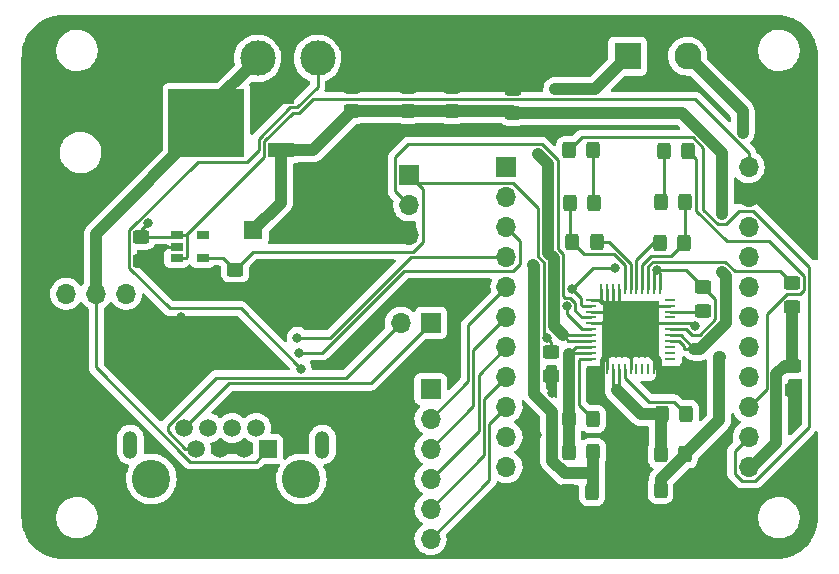
<source format=gbr>
G04 #@! TF.GenerationSoftware,KiCad,Pcbnew,(6.0.0)*
G04 #@! TF.CreationDate,2022-07-24T20:55:29-05:00*
G04 #@! TF.ProjectId,SimpleBuildSoundsAmp,53696d70-6c65-4427-9569-6c64536f756e,rev?*
G04 #@! TF.SameCoordinates,Original*
G04 #@! TF.FileFunction,Copper,L2,Bot*
G04 #@! TF.FilePolarity,Positive*
%FSLAX46Y46*%
G04 Gerber Fmt 4.6, Leading zero omitted, Abs format (unit mm)*
G04 Created by KiCad (PCBNEW (6.0.0)) date 2022-07-24 20:55:29*
%MOMM*%
%LPD*%
G01*
G04 APERTURE LIST*
G04 Aperture macros list*
%AMRoundRect*
0 Rectangle with rounded corners*
0 $1 Rounding radius*
0 $2 $3 $4 $5 $6 $7 $8 $9 X,Y pos of 4 corners*
0 Add a 4 corners polygon primitive as box body*
4,1,4,$2,$3,$4,$5,$6,$7,$8,$9,$2,$3,0*
0 Add four circle primitives for the rounded corners*
1,1,$1+$1,$2,$3*
1,1,$1+$1,$4,$5*
1,1,$1+$1,$6,$7*
1,1,$1+$1,$8,$9*
0 Add four rect primitives between the rounded corners*
20,1,$1+$1,$2,$3,$4,$5,0*
20,1,$1+$1,$4,$5,$6,$7,0*
20,1,$1+$1,$6,$7,$8,$9,0*
20,1,$1+$1,$8,$9,$2,$3,0*%
G04 Aperture macros list end*
G04 #@! TA.AperFunction,ComponentPad*
%ADD10R,1.700000X1.700000*%
G04 #@! TD*
G04 #@! TA.AperFunction,ComponentPad*
%ADD11O,1.700000X1.700000*%
G04 #@! TD*
G04 #@! TA.AperFunction,ComponentPad*
%ADD12R,1.600000X1.600000*%
G04 #@! TD*
G04 #@! TA.AperFunction,ComponentPad*
%ADD13C,1.600000*%
G04 #@! TD*
G04 #@! TA.AperFunction,WasherPad*
%ADD14C,3.250000*%
G04 #@! TD*
G04 #@! TA.AperFunction,ComponentPad*
%ADD15R,1.500000X1.500000*%
G04 #@! TD*
G04 #@! TA.AperFunction,ComponentPad*
%ADD16C,1.500000*%
G04 #@! TD*
G04 #@! TA.AperFunction,ComponentPad*
%ADD17O,1.259000X2.362000*%
G04 #@! TD*
G04 #@! TA.AperFunction,ComponentPad*
%ADD18R,2.286000X2.286000*%
G04 #@! TD*
G04 #@! TA.AperFunction,ComponentPad*
%ADD19C,2.286000*%
G04 #@! TD*
G04 #@! TA.AperFunction,ComponentPad*
%ADD20R,3.000000X3.000000*%
G04 #@! TD*
G04 #@! TA.AperFunction,ComponentPad*
%ADD21C,3.000000*%
G04 #@! TD*
G04 #@! TA.AperFunction,SMDPad,CuDef*
%ADD22RoundRect,0.250000X0.325000X0.450000X-0.325000X0.450000X-0.325000X-0.450000X0.325000X-0.450000X0*%
G04 #@! TD*
G04 #@! TA.AperFunction,SMDPad,CuDef*
%ADD23RoundRect,0.250000X-0.450000X0.325000X-0.450000X-0.325000X0.450000X-0.325000X0.450000X0.325000X0*%
G04 #@! TD*
G04 #@! TA.AperFunction,SMDPad,CuDef*
%ADD24RoundRect,0.250000X-0.325000X-0.450000X0.325000X-0.450000X0.325000X0.450000X-0.325000X0.450000X0*%
G04 #@! TD*
G04 #@! TA.AperFunction,SMDPad,CuDef*
%ADD25R,2.200000X1.200000*%
G04 #@! TD*
G04 #@! TA.AperFunction,SMDPad,CuDef*
%ADD26R,6.400000X5.800000*%
G04 #@! TD*
G04 #@! TA.AperFunction,SMDPad,CuDef*
%ADD27RoundRect,0.250000X0.450000X-0.325000X0.450000X0.325000X-0.450000X0.325000X-0.450000X-0.325000X0*%
G04 #@! TD*
G04 #@! TA.AperFunction,SMDPad,CuDef*
%ADD28R,0.965200X0.254000*%
G04 #@! TD*
G04 #@! TA.AperFunction,SMDPad,CuDef*
%ADD29R,0.254000X0.965200*%
G04 #@! TD*
G04 #@! TA.AperFunction,ComponentPad*
%ADD30C,0.800000*%
G04 #@! TD*
G04 #@! TA.AperFunction,SMDPad,CuDef*
%ADD31R,4.851400X4.851400*%
G04 #@! TD*
G04 #@! TA.AperFunction,SMDPad,CuDef*
%ADD32R,1.060000X0.650000*%
G04 #@! TD*
G04 #@! TA.AperFunction,ViaPad*
%ADD33C,0.800000*%
G04 #@! TD*
G04 #@! TA.AperFunction,Conductor*
%ADD34C,0.250000*%
G04 #@! TD*
G04 #@! TA.AperFunction,Conductor*
%ADD35C,1.000000*%
G04 #@! TD*
G04 APERTURE END LIST*
D10*
X168660000Y-70470000D03*
D11*
X166120000Y-70470000D03*
D12*
X153600000Y-62650000D03*
D13*
X157100000Y-62650000D03*
D10*
X135220000Y-68020000D03*
D11*
X137760000Y-68020000D03*
X140300000Y-68020000D03*
X142840000Y-68020000D03*
D14*
X144981680Y-83700820D03*
X157681680Y-83700820D03*
D15*
X154880980Y-81160820D03*
D16*
X153860980Y-79380820D03*
X152850980Y-81160820D03*
X151830980Y-79380820D03*
X150820980Y-81160820D03*
X149800980Y-79380820D03*
X148790980Y-81160820D03*
X147770980Y-79380820D03*
D17*
X143201680Y-80798870D03*
X159461680Y-80798870D03*
D18*
X185300000Y-47900000D03*
D19*
X190380000Y-47900000D03*
D10*
X175050000Y-57300000D03*
D11*
X195550000Y-57300000D03*
X175050000Y-59840000D03*
X195550000Y-59840000D03*
X175050000Y-62380000D03*
X195550000Y-62380000D03*
X175050000Y-64920000D03*
X195550000Y-64920000D03*
X175050000Y-67460000D03*
X195550000Y-67460000D03*
X175050000Y-70000000D03*
X195550000Y-70000000D03*
X175050000Y-72540000D03*
X195550000Y-72540000D03*
X175050000Y-75080000D03*
X195550000Y-75080000D03*
X175050000Y-77620000D03*
X195550000Y-77620000D03*
X175050000Y-80160000D03*
X195550000Y-80160000D03*
X175050000Y-82700000D03*
X195550000Y-82700000D03*
D20*
X148900000Y-48100000D03*
D21*
X153980000Y-48100000D03*
X159060000Y-48100000D03*
D10*
X166810000Y-57980000D03*
D11*
X166810000Y-60520000D03*
X166810000Y-63060000D03*
D10*
X168620000Y-76075000D03*
D11*
X166080000Y-76075000D03*
X168620000Y-78615000D03*
X166080000Y-78615000D03*
X168620000Y-81155000D03*
X166080000Y-81155000D03*
X168620000Y-83695000D03*
X166080000Y-83695000D03*
X168620000Y-86235000D03*
X166080000Y-86235000D03*
X168620000Y-88775000D03*
X166080000Y-88775000D03*
D22*
X182400000Y-55875000D03*
X180350000Y-55875000D03*
D23*
X161975000Y-50500000D03*
X161975000Y-52550000D03*
X166700000Y-50475000D03*
X166700000Y-52525000D03*
X170450000Y-50525000D03*
X170450000Y-52575000D03*
X175625000Y-50650000D03*
X175625000Y-52700000D03*
X199225000Y-67100000D03*
X199225000Y-69150000D03*
D24*
X180350000Y-78625000D03*
X182400000Y-78625000D03*
X188200000Y-78200000D03*
X190250000Y-78200000D03*
X180250000Y-84800000D03*
X182300000Y-84800000D03*
X188100000Y-84600000D03*
X190150000Y-84600000D03*
X188100000Y-81600000D03*
X190150000Y-81600000D03*
D25*
X155950000Y-51320000D03*
X155950000Y-55880000D03*
D26*
X149650000Y-53600000D03*
D22*
X190200000Y-60250000D03*
X188150000Y-60250000D03*
X182675000Y-63650000D03*
X180625000Y-63650000D03*
D24*
X188050000Y-63750000D03*
X190100000Y-63750000D03*
D23*
X178800000Y-72975000D03*
X178800000Y-75025000D03*
D27*
X191675000Y-69475000D03*
X191675000Y-67425000D03*
D28*
X182171800Y-73525000D03*
X182171800Y-73025001D03*
X182171800Y-72525000D03*
X182171800Y-72025001D03*
X182171800Y-71524999D03*
X182171800Y-71025000D03*
X182171800Y-70525001D03*
X182171800Y-70024999D03*
X182171800Y-69525000D03*
X182171800Y-69024999D03*
X182171800Y-68525000D03*
D29*
X183050000Y-67646800D03*
X183549999Y-67646800D03*
X184050000Y-67646800D03*
X184549999Y-67646800D03*
X185050001Y-67646800D03*
X185550000Y-67646800D03*
X186049999Y-67646800D03*
X186550001Y-67646800D03*
X187050000Y-67646800D03*
X187550001Y-67646800D03*
X188050000Y-67646800D03*
D28*
X188928200Y-68525000D03*
X188928200Y-69024999D03*
X188928200Y-69525000D03*
X188928200Y-70024999D03*
X188928200Y-70525001D03*
X188928200Y-71025000D03*
X188928200Y-71524999D03*
X188928200Y-72025001D03*
X188928200Y-72525000D03*
X188928200Y-73025001D03*
X188928200Y-73525000D03*
D29*
X188050000Y-74403200D03*
X187550001Y-74403200D03*
X187050000Y-74403200D03*
X186550001Y-74403200D03*
X186049999Y-74403200D03*
X185550000Y-74403200D03*
X185050001Y-74403200D03*
X184549999Y-74403200D03*
X184050000Y-74403200D03*
X183549999Y-74403200D03*
X183050000Y-74403200D03*
D30*
X185550000Y-71025000D03*
D31*
X185550000Y-71025000D03*
D30*
X184943575Y-72237850D03*
X184337150Y-71025000D03*
X186156425Y-72237850D03*
X186762850Y-71025000D03*
X186156425Y-69812150D03*
X184943575Y-69812150D03*
D24*
X188350000Y-55950000D03*
X190400000Y-55950000D03*
X180325000Y-81450000D03*
X182375000Y-81450000D03*
X180400000Y-60325000D03*
X182450000Y-60325000D03*
D23*
X199300000Y-74150000D03*
X199300000Y-76200000D03*
D27*
X144125000Y-65250000D03*
X144125000Y-63200000D03*
X152075000Y-68025000D03*
X152075000Y-65975000D03*
D32*
X147125000Y-64975000D03*
X147125000Y-64025000D03*
X147125000Y-63075000D03*
X149325000Y-63075000D03*
X149325000Y-64975000D03*
D33*
X191025000Y-74300000D03*
X199350000Y-78175000D03*
X157210000Y-69090000D03*
X185130000Y-81940000D03*
X160750000Y-60925000D03*
X178940000Y-76400000D03*
X177630000Y-80020000D03*
X147500000Y-69990000D03*
X191000000Y-70725000D03*
X157520000Y-73030000D03*
X184250000Y-65875000D03*
X178500000Y-71799990D03*
X180600033Y-67655501D03*
X187800000Y-66025000D03*
X180150024Y-69098308D03*
X144732520Y-62029609D03*
X157350000Y-71740000D03*
X193300000Y-66200000D03*
X177700000Y-56200000D03*
X193275000Y-61275000D03*
X172950000Y-52575000D03*
X177290000Y-65590000D03*
X179180000Y-50680000D03*
X193090000Y-73350000D03*
X195050000Y-54380000D03*
X157636510Y-74364990D03*
D34*
X178800000Y-76260000D02*
X178940000Y-76400000D01*
X183050000Y-67646800D02*
X183050000Y-68525000D01*
X182171800Y-70525001D02*
X185050001Y-70525001D01*
X188928200Y-70525001D02*
X190800001Y-70525001D01*
X183050000Y-73525000D02*
X185550000Y-71025000D01*
X147125000Y-64025000D02*
X146025000Y-64025000D01*
X182171800Y-68525000D02*
X182904400Y-68525000D01*
X186049999Y-70525001D02*
X185550000Y-71025000D01*
X190800001Y-70525001D02*
X191000000Y-70725000D01*
X184549999Y-70024999D02*
X185550000Y-71025000D01*
X188050000Y-74403200D02*
X188050000Y-73525000D01*
X187550001Y-74403200D02*
X187550001Y-73670600D01*
X185550000Y-74403200D02*
X185550000Y-71025000D01*
X185404400Y-71025000D02*
X185550000Y-71025000D01*
X184549999Y-67646800D02*
X184549999Y-70024999D01*
X183549999Y-69024999D02*
X185550000Y-71025000D01*
X184050000Y-69525000D02*
X185550000Y-71025000D01*
X183549999Y-73025001D02*
X185550000Y-71025000D01*
X182171800Y-69525000D02*
X184050000Y-69525000D01*
X183050000Y-68525000D02*
X185550000Y-71025000D01*
X185050001Y-70525001D02*
X185550000Y-71025000D01*
X187550001Y-69024999D02*
X185550000Y-71025000D01*
X178800000Y-75025000D02*
X178800000Y-76260000D01*
X183549999Y-74403200D02*
X183549999Y-73025001D01*
X183549999Y-67646800D02*
X183549999Y-69024999D01*
X188928200Y-69024999D02*
X187550001Y-69024999D01*
X188050000Y-73525000D02*
X185550000Y-71025000D01*
X182904400Y-68525000D02*
X185404400Y-71025000D01*
X184050000Y-67646800D02*
X184050000Y-69525000D01*
X185550000Y-71670599D02*
X185550000Y-71025000D01*
X188928200Y-70525001D02*
X186049999Y-70525001D01*
X187550001Y-73670600D02*
X185550000Y-71670599D01*
X183050000Y-74403200D02*
X183050000Y-73525000D01*
D35*
X149650000Y-52470000D02*
X154150000Y-47970000D01*
D34*
X148274979Y-82235821D02*
X140300000Y-74260842D01*
D35*
X149650000Y-53600000D02*
X140300000Y-62950000D01*
X140300000Y-62950000D02*
X140300000Y-68020000D01*
D34*
X140300000Y-74260842D02*
X140300000Y-68020000D01*
X154880980Y-81160820D02*
X153805979Y-82235821D01*
D35*
X149650000Y-53600000D02*
X149650000Y-52470000D01*
D34*
X153805979Y-82235821D02*
X148274979Y-82235821D01*
X175050000Y-62380000D02*
X176225001Y-63555001D01*
X176225001Y-63555001D02*
X176225001Y-65484001D01*
X159461822Y-73030000D02*
X166396821Y-66095001D01*
X157520000Y-73030000D02*
X159461822Y-73030000D01*
X166396821Y-66095001D02*
X175614001Y-66095001D01*
X176225001Y-65484001D02*
X175614001Y-66095001D01*
X148790980Y-81160820D02*
X147836374Y-81160820D01*
X150460000Y-75130000D02*
X161460000Y-75130000D01*
X146353948Y-79678394D02*
X146353948Y-79236052D01*
X146353948Y-79236052D02*
X150460000Y-75130000D01*
X147836374Y-81160820D02*
X146353948Y-79678394D01*
X161460000Y-75130000D02*
X166120000Y-70470000D01*
X168660000Y-70470000D02*
X163550000Y-75580000D01*
X151571800Y-75580000D02*
X147770980Y-79380820D01*
X163550000Y-75580000D02*
X151571800Y-75580000D01*
X153580009Y-64469991D02*
X167139011Y-64469991D01*
X188050000Y-66275000D02*
X187800000Y-66025000D01*
X180150024Y-69735824D02*
X180150024Y-69098308D01*
X167494999Y-58664999D02*
X166810000Y-57980000D01*
X177745011Y-60796009D02*
X177745011Y-64878270D01*
X190726998Y-71525002D02*
X191408258Y-71525002D01*
X192733258Y-68483258D02*
X191675000Y-67425000D01*
X178800000Y-72975000D02*
X178800000Y-72099990D01*
X175614001Y-58664999D02*
X177745011Y-60796009D01*
X151075000Y-64975000D02*
X152075000Y-65975000D01*
X182380534Y-65875000D02*
X180600033Y-67655501D01*
X188928200Y-71025000D02*
X190226996Y-71025000D01*
X182171800Y-69024999D02*
X181439200Y-69024999D01*
X182171800Y-71025000D02*
X181439200Y-71025000D01*
X178800000Y-72099990D02*
X178500000Y-71799990D01*
X167985001Y-59155001D02*
X166810000Y-57980000D01*
X187800000Y-66025000D02*
X190275000Y-66025000D01*
X167985001Y-63624001D02*
X167985001Y-59155001D01*
X167139011Y-64469991D02*
X167985001Y-63624001D01*
X152075000Y-65975000D02*
X153580009Y-64469991D01*
X178225001Y-71524991D02*
X178500000Y-71799990D01*
X190226996Y-71025000D02*
X190726998Y-71525002D01*
X187550001Y-66274999D02*
X187800000Y-66025000D01*
X149325000Y-64975000D02*
X151075000Y-64975000D01*
X178225001Y-65358260D02*
X178225001Y-71524991D01*
X190275000Y-66025000D02*
X191675000Y-67425000D01*
X181439200Y-69024999D02*
X181325036Y-68910835D01*
X188050000Y-67646800D02*
X188050000Y-66275000D01*
X175614001Y-58664999D02*
X167494999Y-58664999D01*
X191408258Y-71525002D02*
X192733258Y-70200002D01*
X177745011Y-64878270D02*
X178225001Y-65358260D01*
X181325036Y-68910835D02*
X181325036Y-68380504D01*
X181439200Y-71025000D02*
X180150024Y-69735824D01*
X181325036Y-68380504D02*
X180600033Y-67655501D01*
X192733258Y-70200002D02*
X192733258Y-68483258D01*
X187550001Y-67646800D02*
X187550001Y-66274999D01*
X184250000Y-65875000D02*
X182380534Y-65875000D01*
X154524999Y-56455001D02*
X154524999Y-55111411D01*
X195550000Y-56097919D02*
X195550000Y-57300000D01*
X144125000Y-63200000D02*
X144125000Y-62637129D01*
X158641402Y-51550010D02*
X191002091Y-51550010D01*
X157496401Y-52695012D02*
X158641402Y-51550010D01*
X144125000Y-63200000D02*
X147000000Y-63200000D01*
X147000000Y-63200000D02*
X147125000Y-63075000D01*
X147980001Y-63150001D02*
X147980001Y-64899999D01*
X144125000Y-62637129D02*
X144732520Y-62029609D01*
X147125000Y-63075000D02*
X147905000Y-63075000D01*
X154524999Y-55111411D02*
X156941398Y-52695012D01*
X147905000Y-63075000D02*
X154524999Y-56455001D01*
X147905000Y-64975000D02*
X147125000Y-64975000D01*
X191002091Y-51550010D02*
X195550000Y-56097919D01*
X147905000Y-63075000D02*
X147980001Y-63150001D01*
X147980001Y-64899999D02*
X147905000Y-64975000D01*
X156941398Y-52695012D02*
X157496401Y-52695012D01*
X171806778Y-75428222D02*
X171806778Y-70703222D01*
X171806778Y-70703222D02*
X175050000Y-67460000D01*
X168620000Y-78615000D02*
X171806778Y-75428222D01*
X172256778Y-77518222D02*
X172256778Y-72793222D01*
X168620000Y-81155000D02*
X172256778Y-77518222D01*
X172256778Y-72793222D02*
X175050000Y-70000000D01*
X168620000Y-83695000D02*
X172706778Y-79608222D01*
X172706778Y-74883222D02*
X175050000Y-72540000D01*
X172706778Y-79608222D02*
X172706778Y-74883222D01*
X168620000Y-86235000D02*
X173156778Y-81698222D01*
X173156778Y-76973222D02*
X175050000Y-75080000D01*
X173156778Y-81698222D02*
X173156778Y-76973222D01*
X173606778Y-79063222D02*
X175050000Y-77620000D01*
X168620000Y-88775000D02*
X173606778Y-83788222D01*
X173606778Y-83788222D02*
X173606778Y-79063222D01*
X175050000Y-64920000D02*
X166935412Y-64920000D01*
X166935412Y-64920000D02*
X160115412Y-71740000D01*
X160115412Y-71740000D02*
X157350000Y-71740000D01*
X182400000Y-55875000D02*
X182400000Y-60275000D01*
X182400000Y-60275000D02*
X182450000Y-60325000D01*
X200700021Y-65791019D02*
X200700021Y-79288981D01*
X194701739Y-61015001D02*
X195924003Y-61015001D01*
X193616730Y-62100010D02*
X194701739Y-61015001D01*
X196114001Y-83875001D02*
X194985999Y-83875001D01*
X200700021Y-79288981D02*
X196114001Y-83875001D01*
X195924003Y-61015001D02*
X200700021Y-65791019D01*
X192933270Y-62100010D02*
X193616730Y-62100010D01*
X191725000Y-60891740D02*
X192933270Y-62100010D01*
X194374999Y-83264001D02*
X194374999Y-81335001D01*
X194985999Y-83875001D02*
X194374999Y-83264001D01*
X180350000Y-55875000D02*
X181450000Y-54775000D01*
X194374999Y-81335001D02*
X195550000Y-80160000D01*
X190813190Y-54775000D02*
X191725000Y-55686810D01*
X191725000Y-55686810D02*
X191725000Y-60891740D01*
X181450000Y-54775000D02*
X190813190Y-54775000D01*
X193680001Y-63555001D02*
X191100010Y-60975010D01*
X199913180Y-68000010D02*
X200250010Y-67663180D01*
X200250010Y-67663180D02*
X200250010Y-66536820D01*
X200250010Y-66536820D02*
X197268191Y-63555001D01*
X197074979Y-76095021D02*
X197074979Y-69711831D01*
X197074979Y-69711831D02*
X198786800Y-68000010D01*
X195550000Y-77620000D02*
X197074979Y-76095021D01*
X191100010Y-56650010D02*
X190400000Y-55950000D01*
X198786800Y-68000010D02*
X199913180Y-68000010D01*
X191100010Y-60975010D02*
X191100010Y-56650010D01*
X197268191Y-63555001D02*
X193680001Y-63555001D01*
X188350000Y-55950000D02*
X188350000Y-60050000D01*
X188350000Y-60050000D02*
X188150000Y-60250000D01*
X190950000Y-72675000D02*
X190100000Y-72675000D01*
X182171800Y-71524999D02*
X179799999Y-71524999D01*
X189799999Y-71524999D02*
X190950000Y-72675000D01*
D35*
X166675000Y-52550000D02*
X166700000Y-52525000D01*
X193275000Y-61275000D02*
X193275000Y-56070069D01*
D34*
X180300001Y-72025001D02*
X179799999Y-71524999D01*
D35*
X155950000Y-55880000D02*
X155950000Y-60300000D01*
X190950000Y-72675000D02*
X191425000Y-72675000D01*
D34*
X190100000Y-72675000D02*
X190100000Y-72464201D01*
D35*
X179799999Y-71524999D02*
X179050012Y-70775012D01*
X175500000Y-52575000D02*
X175625000Y-52700000D01*
X193625000Y-66525000D02*
X193300000Y-66200000D01*
D34*
X189660800Y-72025001D02*
X188928200Y-72025001D01*
D35*
X155950000Y-60300000D02*
X153600000Y-62650000D01*
X193275000Y-56070069D02*
X189904931Y-52700000D01*
X179050012Y-70775012D02*
X179050012Y-65016530D01*
D34*
X182171800Y-72025001D02*
X180300001Y-72025001D01*
D35*
X161975000Y-52550000D02*
X166675000Y-52550000D01*
X170450000Y-52575000D02*
X175500000Y-52575000D01*
X193625000Y-70475000D02*
X193625000Y-66525000D01*
X155950000Y-55880000D02*
X158645000Y-55880000D01*
X191425000Y-72675000D02*
X193625000Y-70475000D01*
X179050012Y-65016530D02*
X178570022Y-64536540D01*
X189904931Y-52700000D02*
X175625000Y-52700000D01*
X178570022Y-64536540D02*
X178570022Y-57070022D01*
D34*
X190100000Y-72464201D02*
X189660800Y-72025001D01*
X188928200Y-71524999D02*
X189799999Y-71524999D01*
D35*
X170400000Y-52525000D02*
X170450000Y-52575000D01*
X178570022Y-57070022D02*
X177700000Y-56200000D01*
X166700000Y-52525000D02*
X170400000Y-52525000D01*
X158645000Y-55880000D02*
X161975000Y-52550000D01*
D34*
X194366732Y-66099991D02*
X198224991Y-66099991D01*
X193566740Y-65299999D02*
X194366732Y-66099991D01*
X187050000Y-67646800D02*
X187050000Y-65701998D01*
X187451999Y-65299999D02*
X193566740Y-65299999D01*
X198224991Y-66099991D02*
X199225000Y-67100000D01*
X187050000Y-65701998D02*
X187451999Y-65299999D01*
D35*
X199300000Y-74150000D02*
X198600000Y-74150000D01*
X198600000Y-74150000D02*
X197899990Y-74850010D01*
X197899990Y-80650010D02*
X195850000Y-82700000D01*
X199225000Y-74075000D02*
X199300000Y-74150000D01*
X195850000Y-82700000D02*
X195550000Y-82700000D01*
X199225000Y-69150000D02*
X199225000Y-74075000D01*
X197899990Y-74850010D02*
X197899990Y-80650010D01*
X180350000Y-78625000D02*
X180350000Y-73150000D01*
D34*
X182171800Y-72525000D02*
X180975000Y-72525000D01*
D35*
X180350000Y-81425000D02*
X180325000Y-81450000D01*
D34*
X180474999Y-73025001D02*
X180350000Y-73150000D01*
X180975000Y-72525000D02*
X180350000Y-73150000D01*
X182171800Y-73025001D02*
X180474999Y-73025001D01*
D35*
X180350000Y-78625000D02*
X180350000Y-81425000D01*
D34*
X181175000Y-73625000D02*
X181175000Y-77400000D01*
X181275000Y-73525000D02*
X181175000Y-73625000D01*
X182171800Y-73525000D02*
X181275000Y-73525000D01*
X181175000Y-77400000D02*
X182400000Y-78625000D01*
X185050001Y-74403200D02*
X185050001Y-75135800D01*
X189224990Y-77174990D02*
X190250000Y-78200000D01*
X187089191Y-77174990D02*
X189224990Y-77174990D01*
X185050001Y-75135800D02*
X187089191Y-77174990D01*
D35*
X188200000Y-78200000D02*
X186425000Y-78200000D01*
D34*
X184549999Y-76025001D02*
X184400000Y-76175000D01*
D35*
X188100000Y-78300000D02*
X188200000Y-78200000D01*
D34*
X184050000Y-74403200D02*
X184050000Y-75825000D01*
D35*
X188100000Y-81600000D02*
X188100000Y-78300000D01*
D34*
X184549999Y-74403200D02*
X184549999Y-76025001D01*
D35*
X186425000Y-78200000D02*
X184400000Y-76175000D01*
D34*
X184050000Y-75825000D02*
X184400000Y-76175000D01*
D35*
X179180000Y-50680000D02*
X182520000Y-50680000D01*
X182375000Y-83235000D02*
X182375000Y-84725000D01*
X178920000Y-78008004D02*
X177399990Y-76487994D01*
X177399990Y-72357972D02*
X177399990Y-65699990D01*
X182375000Y-81450000D02*
X182375000Y-83235000D01*
X178920000Y-82163520D02*
X178920000Y-78008004D01*
X179991480Y-83235000D02*
X178920000Y-82163520D01*
X177399990Y-65699990D02*
X177290000Y-65590000D01*
X182375000Y-84725000D02*
X182300000Y-84800000D01*
X182520000Y-50680000D02*
X185300000Y-47900000D01*
X182375000Y-83235000D02*
X179991480Y-83235000D01*
X177399990Y-76487994D02*
X177399990Y-72357972D01*
X190150000Y-81668520D02*
X190150000Y-81600000D01*
X190150000Y-81600000D02*
X193060000Y-78690000D01*
X193060000Y-78690000D02*
X193060000Y-73380000D01*
X195050000Y-52570000D02*
X190380000Y-47900000D01*
X193060000Y-73380000D02*
X193090000Y-73350000D01*
X195050000Y-54380000D02*
X195050000Y-52570000D01*
X188100000Y-83718520D02*
X190150000Y-81668520D01*
X188100000Y-84600000D02*
X188100000Y-83718520D01*
D34*
X182171800Y-70024999D02*
X181439200Y-70024999D01*
X179395033Y-56728292D02*
X178041731Y-55374991D01*
X180000591Y-68373298D02*
X179875023Y-68247730D01*
X180875025Y-69460824D02*
X180875025Y-68780297D01*
X180468026Y-68373298D02*
X180000591Y-68373298D01*
X179395033Y-64194810D02*
X179395033Y-56728292D01*
X165634999Y-56479999D02*
X165634999Y-59344999D01*
X166740007Y-55374991D02*
X165634999Y-56479999D01*
X179875023Y-64674800D02*
X179395033Y-64194810D01*
X180875025Y-68780297D02*
X180468026Y-68373298D01*
X181439200Y-70024999D02*
X180875025Y-69460824D01*
X178041731Y-55374991D02*
X166740007Y-55374991D01*
X165634999Y-59344999D02*
X166810000Y-60520000D01*
X179875023Y-68247730D02*
X179875023Y-64674800D01*
X180400000Y-60325000D02*
X180400000Y-63425000D01*
X185050001Y-65601999D02*
X184123012Y-64675010D01*
X181650010Y-64675010D02*
X180625000Y-63650000D01*
X180400000Y-63425000D02*
X180625000Y-63650000D01*
X185050001Y-67646800D02*
X185050001Y-65601999D01*
X184123012Y-64675010D02*
X181650010Y-64675010D01*
X190200000Y-63650000D02*
X190100000Y-63750000D01*
X186550001Y-65565588D02*
X187265602Y-64849987D01*
X186550001Y-67646800D02*
X186550001Y-65565588D01*
X189000013Y-64849987D02*
X190100000Y-63750000D01*
X187265602Y-64849987D02*
X189000013Y-64849987D01*
X190200000Y-60250000D02*
X190200000Y-63650000D01*
X182675000Y-63650000D02*
X183734413Y-63650000D01*
X183734413Y-63650000D02*
X185550000Y-65465587D01*
X185550000Y-65465587D02*
X185550000Y-67646800D01*
X186049999Y-67646800D02*
X186049999Y-65175001D01*
X186049999Y-65175001D02*
X187475000Y-63750000D01*
X187475000Y-63750000D02*
X188050000Y-63750000D01*
X188928200Y-69525000D02*
X191625000Y-69525000D01*
X191625000Y-69525000D02*
X191675000Y-69475000D01*
X156754999Y-52245001D02*
X157310001Y-52245001D01*
X152536519Y-69264999D02*
X146551809Y-69264999D01*
X157310001Y-52245001D02*
X159060000Y-50495002D01*
X157636510Y-74364990D02*
X152536519Y-69264999D01*
X159060000Y-50495002D02*
X159060000Y-48100000D01*
X146551809Y-69264999D02*
X143099990Y-65813180D01*
X154074988Y-55860014D02*
X154074988Y-54925012D01*
X143099990Y-62636820D02*
X148911809Y-56825001D01*
X143099990Y-65813180D02*
X143099990Y-62636820D01*
X154074988Y-54925012D02*
X156754999Y-52245001D01*
X153110001Y-56825001D02*
X154074988Y-55860014D01*
X148911809Y-56825001D02*
X153110001Y-56825001D01*
G04 #@! TA.AperFunction,Conductor*
G36*
X197899557Y-44429000D02*
G01*
X197914358Y-44431305D01*
X197914361Y-44431305D01*
X197923230Y-44432686D01*
X197942554Y-44430159D01*
X197965070Y-44429247D01*
X198265649Y-44444014D01*
X198277943Y-44445224D01*
X198604729Y-44493699D01*
X198616850Y-44496109D01*
X198711704Y-44519869D01*
X198937313Y-44576382D01*
X198949145Y-44579971D01*
X199260194Y-44691265D01*
X199271618Y-44695997D01*
X199570258Y-44837244D01*
X199581163Y-44843073D01*
X199864523Y-45012912D01*
X199874804Y-45019782D01*
X200140147Y-45216574D01*
X200149705Y-45224418D01*
X200394484Y-45446272D01*
X200403228Y-45455016D01*
X200625082Y-45699795D01*
X200632926Y-45709353D01*
X200829718Y-45974696D01*
X200836588Y-45984977D01*
X201006427Y-46268337D01*
X201012256Y-46279242D01*
X201153503Y-46577882D01*
X201158235Y-46589306D01*
X201269529Y-46900355D01*
X201273118Y-46912187D01*
X201353390Y-47232646D01*
X201355801Y-47244771D01*
X201402713Y-47561020D01*
X201404275Y-47571552D01*
X201405486Y-47583853D01*
X201417631Y-47831055D01*
X201419891Y-47877061D01*
X201418542Y-47902632D01*
X201418195Y-47904857D01*
X201418195Y-47904861D01*
X201416814Y-47913730D01*
X201417978Y-47922632D01*
X201417978Y-47922635D01*
X201420936Y-47945251D01*
X201422000Y-47961589D01*
X201422000Y-65047124D01*
X201401998Y-65115245D01*
X201348342Y-65161738D01*
X201288429Y-65172896D01*
X201005627Y-65155873D01*
X200938831Y-65131814D01*
X200924103Y-65119196D01*
X196427655Y-60622748D01*
X196420115Y-60614462D01*
X196416003Y-60607983D01*
X196366351Y-60561357D01*
X196363510Y-60558603D01*
X196343773Y-60538866D01*
X196340576Y-60536386D01*
X196331554Y-60528681D01*
X196312400Y-60510694D01*
X196299324Y-60498415D01*
X196292378Y-60494596D01*
X196292375Y-60494594D01*
X196281569Y-60488653D01*
X196265050Y-60477802D01*
X196264586Y-60477442D01*
X196249044Y-60465387D01*
X196241775Y-60462242D01*
X196241771Y-60462239D01*
X196208466Y-60447827D01*
X196197816Y-60442610D01*
X196159063Y-60421306D01*
X196139440Y-60416268D01*
X196120737Y-60409864D01*
X196109423Y-60404968D01*
X196109422Y-60404968D01*
X196102148Y-60401820D01*
X196094325Y-60400581D01*
X196094315Y-60400578D01*
X196058479Y-60394902D01*
X196046859Y-60392496D01*
X196011714Y-60383473D01*
X196011713Y-60383473D01*
X196004033Y-60381501D01*
X195983779Y-60381501D01*
X195964068Y-60379950D01*
X195961537Y-60379549D01*
X195944060Y-60376781D01*
X195936168Y-60377527D01*
X195900042Y-60380942D01*
X195888184Y-60381501D01*
X194780502Y-60381501D01*
X194769318Y-60380974D01*
X194761830Y-60379300D01*
X194753907Y-60379549D01*
X194693772Y-60381439D01*
X194689814Y-60381501D01*
X194661883Y-60381501D01*
X194657968Y-60381996D01*
X194657964Y-60381996D01*
X194657906Y-60382004D01*
X194657877Y-60382007D01*
X194646035Y-60382940D01*
X194601849Y-60384328D01*
X194584483Y-60389373D01*
X194582397Y-60389979D01*
X194563045Y-60393987D01*
X194550807Y-60395533D01*
X194550805Y-60395534D01*
X194542942Y-60396527D01*
X194501825Y-60412807D01*
X194490624Y-60416642D01*
X194448145Y-60428983D01*
X194448144Y-60428984D01*
X194447458Y-60426624D01*
X194389092Y-60433834D01*
X194325110Y-60403063D01*
X194287922Y-60342585D01*
X194283500Y-60309498D01*
X194283500Y-58250791D01*
X194303502Y-58182670D01*
X194357158Y-58136177D01*
X194427432Y-58126073D01*
X194492012Y-58155567D01*
X194504737Y-58168293D01*
X194592865Y-58270031D01*
X194592869Y-58270035D01*
X194596250Y-58273938D01*
X194768126Y-58416632D01*
X194961000Y-58529338D01*
X195169692Y-58609030D01*
X195174760Y-58610061D01*
X195174763Y-58610062D01*
X195282017Y-58631883D01*
X195388597Y-58653567D01*
X195393772Y-58653757D01*
X195393774Y-58653757D01*
X195606673Y-58661564D01*
X195606677Y-58661564D01*
X195611837Y-58661753D01*
X195616957Y-58661097D01*
X195616959Y-58661097D01*
X195828288Y-58634025D01*
X195828289Y-58634025D01*
X195833416Y-58633368D01*
X195838366Y-58631883D01*
X196042429Y-58570661D01*
X196042434Y-58570659D01*
X196047384Y-58569174D01*
X196247994Y-58470896D01*
X196429860Y-58341173D01*
X196588096Y-58183489D01*
X196599016Y-58168293D01*
X196715435Y-58006277D01*
X196718453Y-58002077D01*
X196732518Y-57973620D01*
X196815136Y-57806453D01*
X196815137Y-57806451D01*
X196817430Y-57801811D01*
X196882370Y-57588069D01*
X196911529Y-57366590D01*
X196912435Y-57329506D01*
X196913074Y-57303365D01*
X196913074Y-57303361D01*
X196913156Y-57300000D01*
X196894852Y-57077361D01*
X196840431Y-56860702D01*
X196751354Y-56655840D01*
X196691102Y-56562704D01*
X196632822Y-56472617D01*
X196632820Y-56472614D01*
X196630014Y-56468277D01*
X196479670Y-56303051D01*
X196475619Y-56299852D01*
X196475615Y-56299848D01*
X196308414Y-56167800D01*
X196308410Y-56167798D01*
X196304359Y-56164598D01*
X196274468Y-56148097D01*
X196246610Y-56132719D01*
X196196639Y-56082286D01*
X196181565Y-56026370D01*
X196180923Y-56005955D01*
X196180674Y-55998030D01*
X196177760Y-55987999D01*
X196175021Y-55978571D01*
X196171012Y-55959212D01*
X196169685Y-55948711D01*
X196168474Y-55939122D01*
X196165558Y-55931756D01*
X196165556Y-55931750D01*
X196152200Y-55898017D01*
X196148355Y-55886787D01*
X196138230Y-55851936D01*
X196138230Y-55851935D01*
X196136019Y-55844326D01*
X196125705Y-55826885D01*
X196117008Y-55809132D01*
X196112472Y-55797677D01*
X196109552Y-55790302D01*
X196083563Y-55754531D01*
X196077047Y-55744611D01*
X196058578Y-55713382D01*
X196054542Y-55706557D01*
X196040221Y-55692236D01*
X196027380Y-55677202D01*
X196020131Y-55667225D01*
X196015472Y-55660812D01*
X195981395Y-55632621D01*
X195972616Y-55624631D01*
X195688143Y-55340158D01*
X195654117Y-55277846D01*
X195659182Y-55207031D01*
X195698283Y-55152870D01*
X195759025Y-55104032D01*
X195886154Y-54952526D01*
X195889121Y-54947128D01*
X195889125Y-54947123D01*
X195978467Y-54784608D01*
X195981433Y-54779213D01*
X195987255Y-54760862D01*
X196039373Y-54596564D01*
X196039373Y-54596563D01*
X196041235Y-54590694D01*
X196058500Y-54436773D01*
X196058500Y-52631842D01*
X196059237Y-52618235D01*
X196062659Y-52586737D01*
X196062659Y-52586732D01*
X196063324Y-52580611D01*
X196058950Y-52530609D01*
X196058621Y-52525784D01*
X196058500Y-52523313D01*
X196058500Y-52520231D01*
X196054309Y-52477489D01*
X196054187Y-52476174D01*
X196051364Y-52443913D01*
X196046087Y-52383587D01*
X196044600Y-52378468D01*
X196044080Y-52373167D01*
X196017218Y-52284194D01*
X196016862Y-52282994D01*
X195993770Y-52203512D01*
X195990909Y-52193663D01*
X195988455Y-52188929D01*
X195986916Y-52183831D01*
X195943316Y-52101831D01*
X195942702Y-52100663D01*
X195902726Y-52023541D01*
X195902725Y-52023540D01*
X195899892Y-52018074D01*
X195896569Y-52013911D01*
X195894066Y-52009204D01*
X195835245Y-51937082D01*
X195834554Y-51936226D01*
X195803262Y-51897027D01*
X195800758Y-51894523D01*
X195800116Y-51893805D01*
X195796415Y-51889472D01*
X195769065Y-51855938D01*
X195733737Y-51826712D01*
X195724958Y-51818723D01*
X193893165Y-49986930D01*
X192060873Y-48154639D01*
X192026847Y-48092327D01*
X192024356Y-48055658D01*
X192026410Y-48029567D01*
X192036607Y-47900000D01*
X192016211Y-47640850D01*
X192002529Y-47583857D01*
X191987115Y-47519655D01*
X196359858Y-47519655D01*
X196395104Y-47778638D01*
X196396412Y-47783124D01*
X196396412Y-47783126D01*
X196410382Y-47831055D01*
X196468243Y-48029567D01*
X196577668Y-48266928D01*
X196580231Y-48270837D01*
X196718410Y-48481596D01*
X196718414Y-48481601D01*
X196720976Y-48485509D01*
X196753334Y-48521763D01*
X196873420Y-48656307D01*
X196895018Y-48680506D01*
X197095970Y-48847637D01*
X197099973Y-48850066D01*
X197315422Y-48980804D01*
X197315426Y-48980806D01*
X197319419Y-48983229D01*
X197560455Y-49084303D01*
X197813783Y-49148641D01*
X197818434Y-49149109D01*
X197818438Y-49149110D01*
X198011308Y-49168531D01*
X198030867Y-49170500D01*
X198186354Y-49170500D01*
X198188679Y-49170327D01*
X198188685Y-49170327D01*
X198376000Y-49156407D01*
X198376004Y-49156406D01*
X198380652Y-49156061D01*
X198385200Y-49155032D01*
X198385206Y-49155031D01*
X198571601Y-49112853D01*
X198635577Y-49098377D01*
X198654203Y-49091134D01*
X198874824Y-49005340D01*
X198874827Y-49005339D01*
X198879177Y-49003647D01*
X199106098Y-48873951D01*
X199311357Y-48712138D01*
X199490443Y-48521763D01*
X199605068Y-48356533D01*
X199636759Y-48310851D01*
X199636761Y-48310848D01*
X199639424Y-48307009D01*
X199661284Y-48262682D01*
X199752960Y-48076781D01*
X199752961Y-48076778D01*
X199755025Y-48072593D01*
X199790558Y-47961589D01*
X199833280Y-47828123D01*
X199834707Y-47823665D01*
X199876721Y-47565693D01*
X199880142Y-47304345D01*
X199844896Y-47045362D01*
X199830473Y-46995877D01*
X199806079Y-46912187D01*
X199771757Y-46794433D01*
X199752197Y-46752003D01*
X199703644Y-46646684D01*
X199662332Y-46557072D01*
X199596559Y-46456751D01*
X199521590Y-46342404D01*
X199521586Y-46342399D01*
X199519024Y-46338491D01*
X199344982Y-46143494D01*
X199144030Y-45976363D01*
X199096844Y-45947730D01*
X198924578Y-45843196D01*
X198924574Y-45843194D01*
X198920581Y-45840771D01*
X198679545Y-45739697D01*
X198426217Y-45675359D01*
X198421566Y-45674891D01*
X198421562Y-45674890D01*
X198212271Y-45653816D01*
X198209133Y-45653500D01*
X198053646Y-45653500D01*
X198051321Y-45653673D01*
X198051315Y-45653673D01*
X197864000Y-45667593D01*
X197863996Y-45667594D01*
X197859348Y-45667939D01*
X197854800Y-45668968D01*
X197854794Y-45668969D01*
X197676326Y-45709353D01*
X197604423Y-45725623D01*
X197600071Y-45727315D01*
X197600069Y-45727316D01*
X197365176Y-45818660D01*
X197365173Y-45818661D01*
X197360823Y-45820353D01*
X197133902Y-45950049D01*
X196928643Y-46111862D01*
X196749557Y-46302237D01*
X196600576Y-46516991D01*
X196598510Y-46521181D01*
X196598508Y-46521184D01*
X196497806Y-46725389D01*
X196484975Y-46751407D01*
X196483553Y-46755850D01*
X196483552Y-46755852D01*
X196406720Y-46995877D01*
X196405293Y-47000335D01*
X196363279Y-47258307D01*
X196359858Y-47519655D01*
X191987115Y-47519655D01*
X191956682Y-47392892D01*
X191955527Y-47388080D01*
X191919236Y-47300465D01*
X191857942Y-47152488D01*
X191857941Y-47152486D01*
X191856048Y-47147916D01*
X191720223Y-46926271D01*
X191551398Y-46728602D01*
X191446821Y-46639285D01*
X191357497Y-46562995D01*
X191357496Y-46562994D01*
X191353729Y-46559777D01*
X191132084Y-46423952D01*
X191127514Y-46422059D01*
X191127512Y-46422058D01*
X190896493Y-46326367D01*
X190896491Y-46326366D01*
X190891920Y-46324473D01*
X190785104Y-46298829D01*
X190643963Y-46264944D01*
X190643957Y-46264943D01*
X190639150Y-46263789D01*
X190380000Y-46243393D01*
X190120850Y-46263789D01*
X190116043Y-46264943D01*
X190116037Y-46264944D01*
X189974896Y-46298829D01*
X189868080Y-46324473D01*
X189863509Y-46326366D01*
X189863507Y-46326367D01*
X189632488Y-46422058D01*
X189632486Y-46422059D01*
X189627916Y-46423952D01*
X189406271Y-46559777D01*
X189402504Y-46562994D01*
X189402503Y-46562995D01*
X189313179Y-46639285D01*
X189208602Y-46728602D01*
X189039777Y-46926271D01*
X188903952Y-47147916D01*
X188902059Y-47152486D01*
X188902058Y-47152488D01*
X188840764Y-47300465D01*
X188804473Y-47388080D01*
X188803318Y-47392892D01*
X188757472Y-47583857D01*
X188743789Y-47640850D01*
X188723393Y-47900000D01*
X188743789Y-48159150D01*
X188744943Y-48163957D01*
X188744944Y-48163963D01*
X188769664Y-48266928D01*
X188804473Y-48411920D01*
X188806366Y-48416491D01*
X188806367Y-48416493D01*
X188891099Y-48621053D01*
X188903952Y-48652084D01*
X189039777Y-48873729D01*
X189042994Y-48877496D01*
X189042995Y-48877497D01*
X189150737Y-49003647D01*
X189208602Y-49071398D01*
X189406271Y-49240223D01*
X189627916Y-49376048D01*
X189632486Y-49377941D01*
X189632488Y-49377942D01*
X189863507Y-49473633D01*
X189868080Y-49475527D01*
X189943423Y-49493615D01*
X190116037Y-49535056D01*
X190116043Y-49535057D01*
X190120850Y-49536211D01*
X190380000Y-49556607D01*
X190535658Y-49544356D01*
X190605137Y-49558952D01*
X190634638Y-49580873D01*
X194004595Y-52950829D01*
X194038621Y-53013141D01*
X194041500Y-53039924D01*
X194041500Y-53389325D01*
X194021498Y-53457446D01*
X193967842Y-53503939D01*
X193897568Y-53514043D01*
X193832988Y-53484549D01*
X193826405Y-53478420D01*
X192746591Y-52398605D01*
X191505743Y-51157757D01*
X191498203Y-51149471D01*
X191494091Y-51142992D01*
X191444439Y-51096366D01*
X191441598Y-51093612D01*
X191421861Y-51073875D01*
X191418664Y-51071395D01*
X191409642Y-51063690D01*
X191383191Y-51038851D01*
X191377412Y-51033424D01*
X191370466Y-51029605D01*
X191370463Y-51029603D01*
X191359657Y-51023662D01*
X191343138Y-51012811D01*
X191342674Y-51012451D01*
X191327132Y-51000396D01*
X191319863Y-50997251D01*
X191319859Y-50997248D01*
X191286554Y-50982836D01*
X191275904Y-50977619D01*
X191237151Y-50956315D01*
X191217528Y-50951277D01*
X191198825Y-50944873D01*
X191187511Y-50939977D01*
X191187510Y-50939977D01*
X191180236Y-50936829D01*
X191172413Y-50935590D01*
X191172403Y-50935587D01*
X191136567Y-50929911D01*
X191124947Y-50927505D01*
X191089802Y-50918482D01*
X191089801Y-50918482D01*
X191082121Y-50916510D01*
X191061867Y-50916510D01*
X191042156Y-50914959D01*
X191040976Y-50914772D01*
X191022148Y-50911790D01*
X191014256Y-50912536D01*
X190978130Y-50915951D01*
X190966272Y-50916510D01*
X184013915Y-50916510D01*
X183945794Y-50896508D01*
X183899301Y-50842852D01*
X183889197Y-50772578D01*
X183918691Y-50707998D01*
X183924820Y-50701415D01*
X185037829Y-49588405D01*
X185100141Y-49554380D01*
X185126924Y-49551500D01*
X186491134Y-49551500D01*
X186553316Y-49544745D01*
X186689705Y-49493615D01*
X186806261Y-49406261D01*
X186893615Y-49289705D01*
X186944745Y-49153316D01*
X186951500Y-49091134D01*
X186951500Y-46708866D01*
X186944745Y-46646684D01*
X186893615Y-46510295D01*
X186806261Y-46393739D01*
X186689705Y-46306385D01*
X186553316Y-46255255D01*
X186491134Y-46248500D01*
X184108866Y-46248500D01*
X184046684Y-46255255D01*
X183910295Y-46306385D01*
X183793739Y-46393739D01*
X183706385Y-46510295D01*
X183655255Y-46646684D01*
X183648500Y-46708866D01*
X183648500Y-48073076D01*
X183628498Y-48141197D01*
X183611595Y-48162171D01*
X182139171Y-49634595D01*
X182076859Y-49668621D01*
X182050076Y-49671500D01*
X179130231Y-49671500D01*
X179127175Y-49671800D01*
X179127168Y-49671800D01*
X179068660Y-49677537D01*
X178983167Y-49685920D01*
X178977266Y-49687702D01*
X178977264Y-49687702D01*
X178903947Y-49709838D01*
X178793831Y-49743084D01*
X178619204Y-49835934D01*
X178539331Y-49901077D01*
X178470713Y-49957040D01*
X178470710Y-49957043D01*
X178465938Y-49960935D01*
X178462011Y-49965682D01*
X178462009Y-49965684D01*
X178343799Y-50108575D01*
X178343797Y-50108579D01*
X178339870Y-50113325D01*
X178245802Y-50287299D01*
X178187318Y-50476232D01*
X178186674Y-50482357D01*
X178186674Y-50482358D01*
X178176127Y-50582713D01*
X178166645Y-50672925D01*
X178175846Y-50774019D01*
X178176307Y-50779090D01*
X178162562Y-50848743D01*
X178113341Y-50899908D01*
X178050826Y-50916510D01*
X159764210Y-50916510D01*
X159696089Y-50896508D01*
X159649596Y-50842852D01*
X159639492Y-50772578D01*
X159647058Y-50744126D01*
X159649875Y-50737011D01*
X159653695Y-50730062D01*
X159658732Y-50710444D01*
X159665138Y-50691732D01*
X159670033Y-50680421D01*
X159673181Y-50673147D01*
X159674421Y-50665319D01*
X159674423Y-50665312D01*
X159680099Y-50629478D01*
X159682505Y-50617858D01*
X159691528Y-50582713D01*
X159691528Y-50582712D01*
X159693500Y-50575032D01*
X159693500Y-50554778D01*
X159695051Y-50535067D01*
X159696980Y-50522888D01*
X159698220Y-50515059D01*
X159694059Y-50471040D01*
X159693500Y-50459183D01*
X159693500Y-50095805D01*
X159713502Y-50027684D01*
X159771282Y-49979396D01*
X159773608Y-49978433D01*
X159955136Y-49903241D01*
X160191582Y-49765073D01*
X160407089Y-49596094D01*
X160414541Y-49588405D01*
X160594686Y-49402509D01*
X160597669Y-49399431D01*
X160600202Y-49395983D01*
X160600206Y-49395978D01*
X160757257Y-49182178D01*
X160759795Y-49178723D01*
X160771912Y-49156407D01*
X160888418Y-48941830D01*
X160888419Y-48941828D01*
X160890468Y-48938054D01*
X160974742Y-48715029D01*
X160985751Y-48685895D01*
X160985752Y-48685891D01*
X160987269Y-48681877D01*
X161048407Y-48414933D01*
X161049106Y-48407108D01*
X161072531Y-48144627D01*
X161072531Y-48144625D01*
X161072751Y-48142161D01*
X161073193Y-48100000D01*
X161070170Y-48055658D01*
X161054859Y-47831055D01*
X161054858Y-47831049D01*
X161054567Y-47826778D01*
X160999032Y-47558612D01*
X160907617Y-47300465D01*
X160831240Y-47152488D01*
X160783978Y-47060919D01*
X160783978Y-47060918D01*
X160782013Y-47057112D01*
X160772040Y-47042921D01*
X160690057Y-46926271D01*
X160624545Y-46833057D01*
X160548671Y-46751407D01*
X160441046Y-46635588D01*
X160441043Y-46635585D01*
X160438125Y-46632445D01*
X160434810Y-46629731D01*
X160434806Y-46629728D01*
X160229523Y-46461706D01*
X160226205Y-46458990D01*
X160006692Y-46324473D01*
X159996366Y-46318145D01*
X159996365Y-46318145D01*
X159992704Y-46315901D01*
X159983296Y-46311771D01*
X159745873Y-46207549D01*
X159745869Y-46207548D01*
X159741945Y-46205825D01*
X159478566Y-46130800D01*
X159474324Y-46130196D01*
X159474318Y-46130195D01*
X159273834Y-46101662D01*
X159207443Y-46092213D01*
X159063589Y-46091460D01*
X158937877Y-46090802D01*
X158937871Y-46090802D01*
X158933591Y-46090780D01*
X158929347Y-46091339D01*
X158929343Y-46091339D01*
X158810302Y-46107011D01*
X158662078Y-46126525D01*
X158657938Y-46127658D01*
X158657936Y-46127658D01*
X158587292Y-46146984D01*
X158397928Y-46198788D01*
X158393980Y-46200472D01*
X158149982Y-46304546D01*
X158149978Y-46304548D01*
X158146030Y-46306232D01*
X158112387Y-46326367D01*
X157914725Y-46444664D01*
X157914721Y-46444667D01*
X157911043Y-46446868D01*
X157697318Y-46618094D01*
X157508808Y-46816742D01*
X157349002Y-47039136D01*
X157220857Y-47281161D01*
X157219385Y-47285184D01*
X157219383Y-47285188D01*
X157212314Y-47304506D01*
X157126743Y-47538337D01*
X157068404Y-47805907D01*
X157046917Y-48078918D01*
X157062682Y-48352320D01*
X157063507Y-48356525D01*
X157063508Y-48356533D01*
X157073431Y-48407108D01*
X157115405Y-48621053D01*
X157116792Y-48625103D01*
X157116793Y-48625108D01*
X157202723Y-48876088D01*
X157204112Y-48880144D01*
X157206039Y-48883975D01*
X157307371Y-49085452D01*
X157327160Y-49124799D01*
X157329586Y-49128328D01*
X157329589Y-49128334D01*
X157440497Y-49289705D01*
X157482274Y-49350490D01*
X157666582Y-49553043D01*
X157669877Y-49555798D01*
X157669878Y-49555799D01*
X157673649Y-49558952D01*
X157876675Y-49728707D01*
X157880316Y-49730991D01*
X158105024Y-49871951D01*
X158105028Y-49871953D01*
X158108664Y-49874234D01*
X158352352Y-49984264D01*
X158406205Y-50030526D01*
X158426500Y-50099100D01*
X158426500Y-50180407D01*
X158406498Y-50248528D01*
X158389595Y-50269502D01*
X157084501Y-51574596D01*
X157022189Y-51608622D01*
X156995406Y-51611501D01*
X156833766Y-51611501D01*
X156822583Y-51610974D01*
X156815090Y-51609299D01*
X156807164Y-51609548D01*
X156807163Y-51609548D01*
X156747000Y-51611439D01*
X156743042Y-51611501D01*
X156715143Y-51611501D01*
X156711153Y-51612005D01*
X156699319Y-51612937D01*
X156655110Y-51614327D01*
X156647496Y-51616539D01*
X156647491Y-51616540D01*
X156635658Y-51619978D01*
X156616295Y-51623989D01*
X156596202Y-51626527D01*
X156588835Y-51629444D01*
X156588830Y-51629445D01*
X156555091Y-51642803D01*
X156543864Y-51646647D01*
X156501406Y-51658983D01*
X156494580Y-51663020D01*
X156483971Y-51669294D01*
X156466223Y-51677989D01*
X156447382Y-51685449D01*
X156440966Y-51690111D01*
X156440965Y-51690111D01*
X156411612Y-51711437D01*
X156401692Y-51717953D01*
X156370464Y-51736421D01*
X156370461Y-51736423D01*
X156363637Y-51740459D01*
X156349316Y-51754780D01*
X156334283Y-51767620D01*
X156317892Y-51779529D01*
X156312841Y-51785635D01*
X156289701Y-51813606D01*
X156281711Y-51822385D01*
X153682735Y-54421360D01*
X153674449Y-54428900D01*
X153667970Y-54433012D01*
X153662545Y-54438789D01*
X153621345Y-54482663D01*
X153618590Y-54485505D01*
X153598853Y-54505242D01*
X153596373Y-54508439D01*
X153588667Y-54517462D01*
X153576349Y-54530579D01*
X153515136Y-54566544D01*
X153444196Y-54563705D01*
X153386052Y-54522964D01*
X153359165Y-54457255D01*
X153358500Y-54444325D01*
X153358500Y-50651866D01*
X153351745Y-50589684D01*
X153300615Y-50453295D01*
X153277162Y-50422002D01*
X153252314Y-50355496D01*
X153267367Y-50286114D01*
X153288893Y-50257342D01*
X153444294Y-50101941D01*
X153506606Y-50067915D01*
X153552448Y-50066486D01*
X153807298Y-50105483D01*
X153807300Y-50105483D01*
X153811540Y-50106132D01*
X153950912Y-50108322D01*
X154081071Y-50110367D01*
X154081077Y-50110367D01*
X154085362Y-50110434D01*
X154357235Y-50077534D01*
X154622127Y-50008041D01*
X154626087Y-50006401D01*
X154626092Y-50006399D01*
X154748632Y-49955641D01*
X154875136Y-49903241D01*
X155111582Y-49765073D01*
X155327089Y-49596094D01*
X155334541Y-49588405D01*
X155514686Y-49402509D01*
X155517669Y-49399431D01*
X155520202Y-49395983D01*
X155520206Y-49395978D01*
X155677257Y-49182178D01*
X155679795Y-49178723D01*
X155691912Y-49156407D01*
X155808418Y-48941830D01*
X155808419Y-48941828D01*
X155810468Y-48938054D01*
X155894742Y-48715029D01*
X155905751Y-48685895D01*
X155905752Y-48685891D01*
X155907269Y-48681877D01*
X155968407Y-48414933D01*
X155969106Y-48407108D01*
X155992531Y-48144627D01*
X155992531Y-48144625D01*
X155992751Y-48142161D01*
X155993193Y-48100000D01*
X155990170Y-48055658D01*
X155974859Y-47831055D01*
X155974858Y-47831049D01*
X155974567Y-47826778D01*
X155919032Y-47558612D01*
X155827617Y-47300465D01*
X155751240Y-47152488D01*
X155703978Y-47060919D01*
X155703978Y-47060918D01*
X155702013Y-47057112D01*
X155692040Y-47042921D01*
X155610057Y-46926271D01*
X155544545Y-46833057D01*
X155468671Y-46751407D01*
X155361046Y-46635588D01*
X155361043Y-46635585D01*
X155358125Y-46632445D01*
X155354810Y-46629731D01*
X155354806Y-46629728D01*
X155149523Y-46461706D01*
X155146205Y-46458990D01*
X154926692Y-46324473D01*
X154916366Y-46318145D01*
X154916365Y-46318145D01*
X154912704Y-46315901D01*
X154903296Y-46311771D01*
X154665873Y-46207549D01*
X154665869Y-46207548D01*
X154661945Y-46205825D01*
X154398566Y-46130800D01*
X154394324Y-46130196D01*
X154394318Y-46130195D01*
X154193834Y-46101662D01*
X154127443Y-46092213D01*
X153983589Y-46091460D01*
X153857877Y-46090802D01*
X153857871Y-46090802D01*
X153853591Y-46090780D01*
X153849347Y-46091339D01*
X153849343Y-46091339D01*
X153730302Y-46107011D01*
X153582078Y-46126525D01*
X153577938Y-46127658D01*
X153577936Y-46127658D01*
X153507292Y-46146984D01*
X153317928Y-46198788D01*
X153313980Y-46200472D01*
X153069982Y-46304546D01*
X153069978Y-46304548D01*
X153066030Y-46306232D01*
X153032387Y-46326367D01*
X152834725Y-46444664D01*
X152834721Y-46444667D01*
X152831043Y-46446868D01*
X152617318Y-46618094D01*
X152428808Y-46816742D01*
X152269002Y-47039136D01*
X152140857Y-47281161D01*
X152139385Y-47285184D01*
X152139383Y-47285188D01*
X152132314Y-47304506D01*
X152046743Y-47538337D01*
X151988404Y-47805907D01*
X151966917Y-48078918D01*
X151982682Y-48352320D01*
X151983507Y-48356525D01*
X151983508Y-48356533D01*
X152028599Y-48586361D01*
X152022086Y-48657058D01*
X151994051Y-48699714D01*
X150539171Y-50154595D01*
X150476859Y-50188620D01*
X150450076Y-50191500D01*
X146401866Y-50191500D01*
X146339684Y-50198255D01*
X146203295Y-50249385D01*
X146086739Y-50336739D01*
X145999385Y-50453295D01*
X145948255Y-50589684D01*
X145941500Y-50651866D01*
X145941500Y-55830076D01*
X145921498Y-55898197D01*
X145904595Y-55919171D01*
X139630621Y-62193145D01*
X139620478Y-62202247D01*
X139598974Y-62219537D01*
X139590975Y-62225968D01*
X139576206Y-62243569D01*
X139558709Y-62264421D01*
X139555528Y-62268069D01*
X139553885Y-62269881D01*
X139551691Y-62272075D01*
X139524358Y-62305349D01*
X139523696Y-62306147D01*
X139463846Y-62377474D01*
X139461278Y-62382144D01*
X139457897Y-62386261D01*
X139453791Y-62393919D01*
X139414023Y-62468086D01*
X139413394Y-62469245D01*
X139371538Y-62545381D01*
X139371535Y-62545389D01*
X139368567Y-62550787D01*
X139366955Y-62555869D01*
X139364438Y-62560563D01*
X139337238Y-62649531D01*
X139336918Y-62650559D01*
X139308765Y-62739306D01*
X139308171Y-62744602D01*
X139306613Y-62749698D01*
X139298792Y-62826697D01*
X139297218Y-62842187D01*
X139297089Y-62843393D01*
X139291500Y-62893227D01*
X139291500Y-62896754D01*
X139291445Y-62897739D01*
X139290998Y-62903419D01*
X139286626Y-62946462D01*
X139289538Y-62977262D01*
X139290941Y-62992109D01*
X139291500Y-63003967D01*
X139291500Y-67058381D01*
X139271498Y-67126502D01*
X139256594Y-67145432D01*
X139240629Y-67162138D01*
X139133201Y-67319621D01*
X139078293Y-67364621D01*
X139007768Y-67372792D01*
X138944021Y-67341538D01*
X138923324Y-67317054D01*
X138842822Y-67192617D01*
X138842820Y-67192614D01*
X138840014Y-67188277D01*
X138689670Y-67023051D01*
X138685619Y-67019852D01*
X138685615Y-67019848D01*
X138518414Y-66887800D01*
X138518410Y-66887798D01*
X138514359Y-66884598D01*
X138318789Y-66776638D01*
X138313920Y-66774914D01*
X138313916Y-66774912D01*
X138113087Y-66703795D01*
X138113083Y-66703794D01*
X138108212Y-66702069D01*
X138103119Y-66701162D01*
X138103116Y-66701161D01*
X137893373Y-66663800D01*
X137893367Y-66663799D01*
X137888284Y-66662894D01*
X137814452Y-66661992D01*
X137670081Y-66660228D01*
X137670079Y-66660228D01*
X137664911Y-66660165D01*
X137444091Y-66693955D01*
X137231756Y-66763357D01*
X137202699Y-66778483D01*
X137047085Y-66859491D01*
X137033607Y-66866507D01*
X137029474Y-66869610D01*
X137029471Y-66869612D01*
X136859100Y-66997530D01*
X136854965Y-67000635D01*
X136809226Y-67048498D01*
X136734684Y-67126502D01*
X136700629Y-67162138D01*
X136574743Y-67346680D01*
X136535208Y-67431851D01*
X136489692Y-67529908D01*
X136480688Y-67549305D01*
X136420989Y-67764570D01*
X136397251Y-67986695D01*
X136410110Y-68209715D01*
X136411247Y-68214761D01*
X136411248Y-68214767D01*
X136416713Y-68239016D01*
X136459222Y-68427639D01*
X136519721Y-68576632D01*
X136540949Y-68628909D01*
X136543266Y-68634616D01*
X136580555Y-68695466D01*
X136657291Y-68820688D01*
X136659987Y-68825088D01*
X136806250Y-68993938D01*
X136978126Y-69136632D01*
X137171000Y-69249338D01*
X137379692Y-69329030D01*
X137384760Y-69330061D01*
X137384763Y-69330062D01*
X137492017Y-69351883D01*
X137598597Y-69373567D01*
X137603772Y-69373757D01*
X137603774Y-69373757D01*
X137816673Y-69381564D01*
X137816677Y-69381564D01*
X137821837Y-69381753D01*
X137826957Y-69381097D01*
X137826959Y-69381097D01*
X138038288Y-69354025D01*
X138038289Y-69354025D01*
X138043416Y-69353368D01*
X138055089Y-69349866D01*
X138252429Y-69290661D01*
X138252434Y-69290659D01*
X138257384Y-69289174D01*
X138457994Y-69190896D01*
X138639860Y-69061173D01*
X138698186Y-69003051D01*
X138794435Y-68907137D01*
X138798096Y-68903489D01*
X138824675Y-68866501D01*
X138928453Y-68722077D01*
X138929776Y-68723028D01*
X138976645Y-68679857D01*
X139046580Y-68667625D01*
X139112026Y-68695144D01*
X139139875Y-68726994D01*
X139148394Y-68740895D01*
X139199987Y-68825088D01*
X139346250Y-68993938D01*
X139518126Y-69136632D01*
X139583394Y-69174771D01*
X139604070Y-69186853D01*
X139652794Y-69238491D01*
X139666500Y-69295641D01*
X139666500Y-74182075D01*
X139665973Y-74193258D01*
X139664298Y-74200751D01*
X139664547Y-74208677D01*
X139664547Y-74208678D01*
X139666438Y-74268828D01*
X139666500Y-74272787D01*
X139666500Y-74300698D01*
X139666997Y-74304632D01*
X139666997Y-74304633D01*
X139667005Y-74304698D01*
X139667938Y-74316535D01*
X139669327Y-74360731D01*
X139674978Y-74380181D01*
X139678987Y-74399542D01*
X139681526Y-74419639D01*
X139684445Y-74427010D01*
X139684445Y-74427012D01*
X139697804Y-74460754D01*
X139701649Y-74471984D01*
X139711771Y-74506825D01*
X139713982Y-74514435D01*
X139718015Y-74521254D01*
X139718017Y-74521259D01*
X139724293Y-74531870D01*
X139732988Y-74549618D01*
X139740448Y-74568459D01*
X139745110Y-74574875D01*
X139745110Y-74574876D01*
X139766436Y-74604229D01*
X139772952Y-74614149D01*
X139788656Y-74640702D01*
X139795458Y-74652204D01*
X139809779Y-74666525D01*
X139822619Y-74681558D01*
X139834528Y-74697949D01*
X139845920Y-74707373D01*
X139868605Y-74726140D01*
X139877384Y-74734130D01*
X147771322Y-82628068D01*
X147778866Y-82636358D01*
X147782979Y-82642839D01*
X147788756Y-82648264D01*
X147832646Y-82689479D01*
X147835488Y-82692234D01*
X147855209Y-82711955D01*
X147858404Y-82714433D01*
X147867426Y-82722139D01*
X147899658Y-82752407D01*
X147906607Y-82756227D01*
X147917411Y-82762167D01*
X147933935Y-82773020D01*
X147949938Y-82785434D01*
X147990522Y-82802997D01*
X148001152Y-82808204D01*
X148039919Y-82829516D01*
X148047596Y-82831487D01*
X148047601Y-82831489D01*
X148059537Y-82834553D01*
X148078245Y-82840958D01*
X148096834Y-82849002D01*
X148104659Y-82850241D01*
X148104661Y-82850242D01*
X148140498Y-82855918D01*
X148152119Y-82858325D01*
X148183938Y-82866494D01*
X148194949Y-82869321D01*
X148215210Y-82869321D01*
X148234919Y-82870872D01*
X148254922Y-82874040D01*
X148262814Y-82873294D01*
X148268041Y-82872800D01*
X148298933Y-82869880D01*
X148310790Y-82869321D01*
X153727212Y-82869321D01*
X153738395Y-82869848D01*
X153745888Y-82871523D01*
X153753814Y-82871274D01*
X153753815Y-82871274D01*
X153813965Y-82869383D01*
X153817924Y-82869321D01*
X153845835Y-82869321D01*
X153849770Y-82868824D01*
X153849835Y-82868816D01*
X153861672Y-82867883D01*
X153893930Y-82866869D01*
X153897949Y-82866743D01*
X153905868Y-82866494D01*
X153925322Y-82860842D01*
X153944679Y-82856834D01*
X153956909Y-82855289D01*
X153956910Y-82855289D01*
X153964776Y-82854295D01*
X153972147Y-82851376D01*
X153972149Y-82851376D01*
X154005891Y-82838017D01*
X154017121Y-82834172D01*
X154051962Y-82824050D01*
X154051963Y-82824050D01*
X154059572Y-82821839D01*
X154066391Y-82817806D01*
X154066396Y-82817804D01*
X154077007Y-82811528D01*
X154094755Y-82802833D01*
X154113596Y-82795373D01*
X154133966Y-82780574D01*
X154149366Y-82769385D01*
X154159286Y-82762869D01*
X154190514Y-82744401D01*
X154190517Y-82744399D01*
X154197341Y-82740363D01*
X154211662Y-82726042D01*
X154226696Y-82713201D01*
X154231139Y-82709973D01*
X154243086Y-82701293D01*
X154271277Y-82667216D01*
X154279267Y-82658437D01*
X154481479Y-82456225D01*
X154543791Y-82422199D01*
X154570574Y-82419320D01*
X155679114Y-82419320D01*
X155726270Y-82414197D01*
X155796151Y-82426725D01*
X155848167Y-82475045D01*
X155865802Y-82543817D01*
X155851232Y-82598419D01*
X155741668Y-82805351D01*
X155728077Y-82831020D01*
X155726605Y-82835043D01*
X155726603Y-82835047D01*
X155663930Y-83006308D01*
X155628106Y-83104202D01*
X155566136Y-83388424D01*
X155564391Y-83410594D01*
X155544686Y-83660974D01*
X155543312Y-83678426D01*
X155560058Y-83968843D01*
X155560883Y-83973048D01*
X155560884Y-83973056D01*
X155581869Y-84080016D01*
X155616062Y-84254301D01*
X155617449Y-84258352D01*
X155617450Y-84258356D01*
X155708900Y-84525461D01*
X155708904Y-84525470D01*
X155710289Y-84529516D01*
X155840996Y-84789397D01*
X155921213Y-84906114D01*
X155969174Y-84975897D01*
X156005763Y-85029135D01*
X156201542Y-85244293D01*
X156204831Y-85247043D01*
X156421418Y-85428139D01*
X156421423Y-85428143D01*
X156424710Y-85430891D01*
X156489738Y-85471683D01*
X156667497Y-85583191D01*
X156667501Y-85583193D01*
X156671137Y-85585474D01*
X156936264Y-85705183D01*
X156940383Y-85706403D01*
X157211071Y-85786585D01*
X157211076Y-85786586D01*
X157215184Y-85787803D01*
X157219418Y-85788451D01*
X157219423Y-85788452D01*
X157475315Y-85827609D01*
X157502736Y-85831805D01*
X157650856Y-85834132D01*
X157789309Y-85836307D01*
X157789315Y-85836307D01*
X157793600Y-85836374D01*
X158082392Y-85801427D01*
X158363770Y-85727609D01*
X158632526Y-85616286D01*
X158781006Y-85529521D01*
X158879984Y-85471683D01*
X158879985Y-85471682D01*
X158883687Y-85469519D01*
X159112606Y-85290024D01*
X159116387Y-85286123D01*
X159312063Y-85084200D01*
X159315046Y-85081122D01*
X159487263Y-84846678D01*
X159504874Y-84814242D01*
X159624018Y-84594806D01*
X159624019Y-84594804D01*
X159626068Y-84591030D01*
X159728893Y-84318910D01*
X159768544Y-84145788D01*
X159792880Y-84039533D01*
X159792881Y-84039528D01*
X159793837Y-84035353D01*
X159819696Y-83745605D01*
X159819743Y-83741173D01*
X159820139Y-83703305D01*
X159820139Y-83703304D01*
X159820165Y-83700820D01*
X159819768Y-83695000D01*
X159800671Y-83414871D01*
X159800670Y-83414865D01*
X159800379Y-83410594D01*
X159798745Y-83402701D01*
X159761801Y-83224305D01*
X159741389Y-83125739D01*
X159644285Y-82851525D01*
X159635103Y-82833736D01*
X159544074Y-82657369D01*
X159530605Y-82587661D01*
X159556960Y-82521738D01*
X159614773Y-82480528D01*
X159634701Y-82475399D01*
X159757478Y-82454302D01*
X159953700Y-82381912D01*
X159980797Y-82365791D01*
X160128477Y-82277931D01*
X160128480Y-82277929D01*
X160133445Y-82274975D01*
X160290692Y-82137073D01*
X160420176Y-81972824D01*
X160427474Y-81958954D01*
X160514867Y-81792846D01*
X160514868Y-81792844D01*
X160517559Y-81787729D01*
X160579580Y-81587987D01*
X160582014Y-81567425D01*
X160599244Y-81421851D01*
X160599244Y-81421844D01*
X160599680Y-81418164D01*
X160599680Y-80194317D01*
X160586854Y-80054739D01*
X160585946Y-80044852D01*
X160585945Y-80044849D01*
X160585417Y-80039098D01*
X160575389Y-80003539D01*
X160549530Y-79911849D01*
X160528646Y-79837800D01*
X160506375Y-79792638D01*
X160438695Y-79655398D01*
X160436141Y-79650219D01*
X160311002Y-79482637D01*
X160306766Y-79478721D01*
X160161658Y-79344585D01*
X160161655Y-79344583D01*
X160157418Y-79340666D01*
X160064688Y-79282158D01*
X159985418Y-79232142D01*
X159985413Y-79232140D01*
X159980534Y-79229061D01*
X159786274Y-79151559D01*
X159780614Y-79150433D01*
X159780610Y-79150432D01*
X159586810Y-79111883D01*
X159586808Y-79111883D01*
X159581143Y-79110756D01*
X159575368Y-79110680D01*
X159575364Y-79110680D01*
X159470525Y-79109308D01*
X159372011Y-79108018D01*
X159366314Y-79108997D01*
X159366313Y-79108997D01*
X159182194Y-79140635D01*
X159165882Y-79143438D01*
X158969660Y-79215828D01*
X158964699Y-79218780D01*
X158964698Y-79218780D01*
X158794883Y-79319809D01*
X158794880Y-79319811D01*
X158789915Y-79322765D01*
X158632668Y-79460667D01*
X158503184Y-79624916D01*
X158500493Y-79630032D01*
X158500491Y-79630034D01*
X158414941Y-79792638D01*
X158405801Y-79810011D01*
X158398612Y-79833163D01*
X158348353Y-79995027D01*
X158343780Y-80009753D01*
X158343101Y-80015490D01*
X158324515Y-80172523D01*
X158323680Y-80179576D01*
X158323680Y-81403423D01*
X158326046Y-81429174D01*
X158331567Y-81489257D01*
X158317882Y-81558922D01*
X158268706Y-81610129D01*
X158199651Y-81626621D01*
X158171581Y-81621966D01*
X158126296Y-81609066D01*
X158122054Y-81608462D01*
X158122048Y-81608461D01*
X157842550Y-81568683D01*
X157838299Y-81568078D01*
X157684912Y-81567275D01*
X157551689Y-81566577D01*
X157551683Y-81566577D01*
X157547403Y-81566555D01*
X157543159Y-81567114D01*
X157543155Y-81567114D01*
X157428188Y-81582250D01*
X157258993Y-81604525D01*
X157254853Y-81605658D01*
X157254851Y-81605658D01*
X157178223Y-81626621D01*
X156978404Y-81681285D01*
X156974456Y-81682969D01*
X156714780Y-81793730D01*
X156714776Y-81793732D01*
X156710828Y-81795416D01*
X156461218Y-81944805D01*
X156344258Y-82038507D01*
X156278591Y-82065488D01*
X156208759Y-82052683D01*
X156156935Y-82004156D01*
X156139480Y-81940172D01*
X156139480Y-80362686D01*
X156132725Y-80300504D01*
X156081595Y-80164115D01*
X155994241Y-80047559D01*
X155877685Y-79960205D01*
X155741296Y-79909075D01*
X155679114Y-79902320D01*
X155188346Y-79902320D01*
X155120225Y-79882318D01*
X155073732Y-79828662D01*
X155063628Y-79758388D01*
X155066640Y-79743708D01*
X155103670Y-79605512D01*
X155103671Y-79605503D01*
X155105095Y-79600191D01*
X155124287Y-79380820D01*
X155105095Y-79161449D01*
X155048100Y-78948744D01*
X155001746Y-78849338D01*
X154957362Y-78754154D01*
X154957359Y-78754149D01*
X154955036Y-78749167D01*
X154951879Y-78744658D01*
X154831888Y-78573293D01*
X154831886Y-78573290D01*
X154828729Y-78568782D01*
X154673018Y-78413071D01*
X154643442Y-78392361D01*
X154543066Y-78322077D01*
X154492634Y-78286764D01*
X154293056Y-78193700D01*
X154080351Y-78136705D01*
X153860980Y-78117513D01*
X153641609Y-78136705D01*
X153428904Y-78193700D01*
X153355813Y-78227783D01*
X153234314Y-78284438D01*
X153234309Y-78284441D01*
X153229327Y-78286764D01*
X153224820Y-78289920D01*
X153224818Y-78289921D01*
X153053453Y-78409912D01*
X153053450Y-78409914D01*
X153048942Y-78413071D01*
X152935075Y-78526938D01*
X152872763Y-78560964D01*
X152801948Y-78555899D01*
X152756885Y-78526938D01*
X152643018Y-78413071D01*
X152613442Y-78392361D01*
X152513066Y-78322077D01*
X152462634Y-78286764D01*
X152263056Y-78193700D01*
X152050351Y-78136705D01*
X151830980Y-78117513D01*
X151611609Y-78136705D01*
X151398904Y-78193700D01*
X151325813Y-78227783D01*
X151204314Y-78284438D01*
X151204309Y-78284441D01*
X151199327Y-78286764D01*
X151194820Y-78289920D01*
X151194818Y-78289921D01*
X151023453Y-78409912D01*
X151023450Y-78409914D01*
X151018942Y-78413071D01*
X150905075Y-78526938D01*
X150842763Y-78560964D01*
X150771948Y-78555899D01*
X150726885Y-78526938D01*
X150613018Y-78413071D01*
X150583442Y-78392361D01*
X150483066Y-78322077D01*
X150432634Y-78286764D01*
X150233056Y-78193700D01*
X150144908Y-78170081D01*
X150084286Y-78133129D01*
X150053265Y-78069269D01*
X150061693Y-77998774D01*
X150088425Y-77959279D01*
X151797299Y-76250405D01*
X151859611Y-76216379D01*
X151886394Y-76213500D01*
X163471233Y-76213500D01*
X163482416Y-76214027D01*
X163489909Y-76215702D01*
X163497835Y-76215453D01*
X163497836Y-76215453D01*
X163557986Y-76213562D01*
X163561945Y-76213500D01*
X163589856Y-76213500D01*
X163593791Y-76213003D01*
X163593856Y-76212995D01*
X163605693Y-76212062D01*
X163637951Y-76211048D01*
X163641970Y-76210922D01*
X163649889Y-76210673D01*
X163669343Y-76205021D01*
X163688700Y-76201013D01*
X163700930Y-76199468D01*
X163700931Y-76199468D01*
X163708797Y-76198474D01*
X163716168Y-76195555D01*
X163716170Y-76195555D01*
X163749912Y-76182196D01*
X163761142Y-76178351D01*
X163795983Y-76168229D01*
X163795984Y-76168229D01*
X163803593Y-76166018D01*
X163810412Y-76161985D01*
X163810417Y-76161983D01*
X163821028Y-76155707D01*
X163838776Y-76147012D01*
X163857617Y-76139552D01*
X163878788Y-76124171D01*
X163893387Y-76113564D01*
X163903307Y-76107048D01*
X163934535Y-76088580D01*
X163934538Y-76088578D01*
X163941362Y-76084542D01*
X163955683Y-76070221D01*
X163970717Y-76057380D01*
X163972058Y-76056406D01*
X163987107Y-76045472D01*
X164015298Y-76011395D01*
X164023288Y-76002616D01*
X168160499Y-71865405D01*
X168222811Y-71831379D01*
X168249594Y-71828500D01*
X169558134Y-71828500D01*
X169620316Y-71821745D01*
X169756705Y-71770615D01*
X169873261Y-71683261D01*
X169960615Y-71566705D01*
X170011745Y-71430316D01*
X170018500Y-71368134D01*
X170018500Y-69571866D01*
X170011745Y-69509684D01*
X169960615Y-69373295D01*
X169873261Y-69256739D01*
X169756705Y-69169385D01*
X169620316Y-69118255D01*
X169558134Y-69111500D01*
X167761866Y-69111500D01*
X167699684Y-69118255D01*
X167563295Y-69169385D01*
X167446739Y-69256739D01*
X167359385Y-69373295D01*
X167356233Y-69381703D01*
X167314919Y-69491907D01*
X167272277Y-69548671D01*
X167205716Y-69573371D01*
X167136367Y-69558163D01*
X167103743Y-69532476D01*
X167053151Y-69476875D01*
X167053142Y-69476866D01*
X167049670Y-69473051D01*
X167045619Y-69469852D01*
X167045615Y-69469848D01*
X166878414Y-69337800D01*
X166878410Y-69337798D01*
X166874359Y-69334598D01*
X166860931Y-69327185D01*
X166787945Y-69286895D01*
X166678789Y-69226638D01*
X166673920Y-69224914D01*
X166673916Y-69224912D01*
X166473087Y-69153795D01*
X166473083Y-69153794D01*
X166468212Y-69152069D01*
X166463119Y-69151162D01*
X166463116Y-69151161D01*
X166253373Y-69113800D01*
X166253367Y-69113799D01*
X166248284Y-69112894D01*
X166174452Y-69111992D01*
X166030081Y-69110228D01*
X166030079Y-69110228D01*
X166024911Y-69110165D01*
X165804091Y-69143955D01*
X165591756Y-69213357D01*
X165561443Y-69229137D01*
X165443257Y-69290661D01*
X165393607Y-69316507D01*
X165389474Y-69319610D01*
X165389471Y-69319612D01*
X165219100Y-69447530D01*
X165214965Y-69450635D01*
X165175525Y-69491907D01*
X165121280Y-69548671D01*
X165060629Y-69612138D01*
X165057715Y-69616410D01*
X165057714Y-69616411D01*
X165029858Y-69657246D01*
X164934743Y-69796680D01*
X164907730Y-69854875D01*
X164845353Y-69989256D01*
X164840688Y-69999305D01*
X164780989Y-70214570D01*
X164757251Y-70436695D01*
X164757548Y-70441848D01*
X164757548Y-70441851D01*
X164769744Y-70653364D01*
X164770110Y-70659715D01*
X164771247Y-70664761D01*
X164771248Y-70664767D01*
X164803453Y-70807668D01*
X164798917Y-70878520D01*
X164769631Y-70924464D01*
X161234500Y-74459595D01*
X161172188Y-74493621D01*
X161145405Y-74496500D01*
X158675324Y-74496500D01*
X158607203Y-74476498D01*
X158560710Y-74422842D01*
X158549399Y-74370844D01*
X158550014Y-74364990D01*
X158542536Y-74293842D01*
X158530742Y-74181625D01*
X158530742Y-74181623D01*
X158530052Y-74175062D01*
X158471037Y-73993434D01*
X158443794Y-73946247D01*
X158389669Y-73852500D01*
X158372931Y-73783504D01*
X158396152Y-73716413D01*
X158451959Y-73672526D01*
X158498788Y-73663500D01*
X159383055Y-73663500D01*
X159394238Y-73664027D01*
X159401731Y-73665702D01*
X159409657Y-73665453D01*
X159409658Y-73665453D01*
X159469808Y-73663562D01*
X159473767Y-73663500D01*
X159501678Y-73663500D01*
X159505613Y-73663003D01*
X159505678Y-73662995D01*
X159517515Y-73662062D01*
X159549773Y-73661048D01*
X159553792Y-73660922D01*
X159561711Y-73660673D01*
X159581165Y-73655021D01*
X159600522Y-73651013D01*
X159612752Y-73649468D01*
X159612753Y-73649468D01*
X159620619Y-73648474D01*
X159627990Y-73645555D01*
X159627992Y-73645555D01*
X159661734Y-73632196D01*
X159672964Y-73628351D01*
X159707805Y-73618229D01*
X159707806Y-73618229D01*
X159715415Y-73616018D01*
X159722234Y-73611985D01*
X159722239Y-73611983D01*
X159732850Y-73605707D01*
X159750598Y-73597012D01*
X159769439Y-73589552D01*
X159776846Y-73584171D01*
X159805209Y-73563564D01*
X159815129Y-73557048D01*
X159846357Y-73538580D01*
X159846360Y-73538578D01*
X159853184Y-73534542D01*
X159867505Y-73520221D01*
X159882539Y-73507380D01*
X159892516Y-73500131D01*
X159898929Y-73495472D01*
X159927120Y-73461395D01*
X159935110Y-73452616D01*
X166622320Y-66765406D01*
X166684632Y-66731380D01*
X166711415Y-66728501D01*
X173694349Y-66728501D01*
X173762470Y-66748503D01*
X173808963Y-66802159D01*
X173819067Y-66872433D01*
X173808638Y-66907548D01*
X173770688Y-66989305D01*
X173710989Y-67204570D01*
X173687251Y-67426695D01*
X173687548Y-67431848D01*
X173687548Y-67431851D01*
X173699525Y-67639575D01*
X173700110Y-67649715D01*
X173701247Y-67654761D01*
X173701248Y-67654767D01*
X173733453Y-67797668D01*
X173728917Y-67868520D01*
X173699631Y-67914464D01*
X171414525Y-70199570D01*
X171406239Y-70207110D01*
X171399760Y-70211222D01*
X171394335Y-70216999D01*
X171353135Y-70260873D01*
X171350380Y-70263715D01*
X171330643Y-70283452D01*
X171328163Y-70286649D01*
X171320460Y-70295669D01*
X171290192Y-70327901D01*
X171286373Y-70334847D01*
X171286371Y-70334850D01*
X171280430Y-70345656D01*
X171269579Y-70362175D01*
X171257164Y-70378181D01*
X171254019Y-70385450D01*
X171254016Y-70385454D01*
X171239604Y-70418759D01*
X171234387Y-70429409D01*
X171213083Y-70468162D01*
X171211112Y-70475837D01*
X171211112Y-70475838D01*
X171208045Y-70487784D01*
X171201641Y-70506488D01*
X171197550Y-70515943D01*
X171193597Y-70525077D01*
X171192358Y-70532900D01*
X171192355Y-70532910D01*
X171186679Y-70568746D01*
X171184273Y-70580366D01*
X171173278Y-70623192D01*
X171173278Y-70643446D01*
X171171727Y-70663156D01*
X171168558Y-70683165D01*
X171169304Y-70691057D01*
X171172719Y-70727183D01*
X171173278Y-70739041D01*
X171173278Y-75113628D01*
X171153276Y-75181749D01*
X171136373Y-75202723D01*
X170193595Y-76145501D01*
X170131283Y-76179527D01*
X170060468Y-76174462D01*
X170003632Y-76131915D01*
X169978821Y-76065395D01*
X169978500Y-76056406D01*
X169978500Y-75176866D01*
X169971745Y-75114684D01*
X169920615Y-74978295D01*
X169833261Y-74861739D01*
X169716705Y-74774385D01*
X169580316Y-74723255D01*
X169518134Y-74716500D01*
X167721866Y-74716500D01*
X167659684Y-74723255D01*
X167523295Y-74774385D01*
X167406739Y-74861739D01*
X167319385Y-74978295D01*
X167268255Y-75114684D01*
X167261500Y-75176866D01*
X167261500Y-76973134D01*
X167268255Y-77035316D01*
X167319385Y-77171705D01*
X167406739Y-77288261D01*
X167523295Y-77375615D01*
X167531704Y-77378767D01*
X167531705Y-77378768D01*
X167640451Y-77419535D01*
X167697216Y-77462176D01*
X167721916Y-77528738D01*
X167706709Y-77598087D01*
X167687316Y-77624568D01*
X167612493Y-77702866D01*
X167560629Y-77757138D01*
X167434743Y-77941680D01*
X167395746Y-78025692D01*
X167344216Y-78136705D01*
X167340688Y-78144305D01*
X167280989Y-78359570D01*
X167257251Y-78581695D01*
X167257548Y-78586848D01*
X167257548Y-78586851D01*
X167268610Y-78778696D01*
X167270110Y-78804715D01*
X167271247Y-78809761D01*
X167271248Y-78809767D01*
X167290696Y-78896060D01*
X167319222Y-79022639D01*
X167376101Y-79162715D01*
X167395192Y-79209731D01*
X167403266Y-79229616D01*
X167445417Y-79298401D01*
X167513382Y-79409309D01*
X167519987Y-79420088D01*
X167666250Y-79588938D01*
X167838126Y-79731632D01*
X167892277Y-79763275D01*
X167911445Y-79774476D01*
X167960169Y-79826114D01*
X167973240Y-79895897D01*
X167946509Y-79961669D01*
X167906055Y-79995027D01*
X167893607Y-80001507D01*
X167889474Y-80004610D01*
X167889471Y-80004612D01*
X167719100Y-80132530D01*
X167714965Y-80135635D01*
X167711393Y-80139373D01*
X167613485Y-80241828D01*
X167560629Y-80297138D01*
X167557715Y-80301410D01*
X167557714Y-80301411D01*
X167497234Y-80390071D01*
X167434743Y-80481680D01*
X167432564Y-80486375D01*
X167344220Y-80676697D01*
X167340688Y-80684305D01*
X167280989Y-80899570D01*
X167257251Y-81121695D01*
X167257548Y-81126848D01*
X167257548Y-81126851D01*
X167264717Y-81251180D01*
X167270110Y-81344715D01*
X167271247Y-81349761D01*
X167271248Y-81349767D01*
X167295304Y-81456508D01*
X167319222Y-81562639D01*
X167371135Y-81690486D01*
X167397081Y-81754383D01*
X167403266Y-81769616D01*
X167405965Y-81774020D01*
X167512265Y-81947486D01*
X167519987Y-81960088D01*
X167666250Y-82128938D01*
X167838126Y-82271632D01*
X167908595Y-82312811D01*
X167911445Y-82314476D01*
X167960169Y-82366114D01*
X167973240Y-82435897D01*
X167946509Y-82501669D01*
X167906055Y-82535027D01*
X167893607Y-82541507D01*
X167889474Y-82544610D01*
X167889471Y-82544612D01*
X167732262Y-82662648D01*
X167714965Y-82675635D01*
X167711393Y-82679373D01*
X167566476Y-82831020D01*
X167560629Y-82837138D01*
X167557715Y-82841410D01*
X167557714Y-82841411D01*
X167535965Y-82873294D01*
X167434743Y-83021680D01*
X167398309Y-83100171D01*
X167348975Y-83206453D01*
X167340688Y-83224305D01*
X167280989Y-83439570D01*
X167257251Y-83661695D01*
X167257548Y-83666848D01*
X167257548Y-83666851D01*
X167269805Y-83879419D01*
X167270110Y-83884715D01*
X167271247Y-83889761D01*
X167271248Y-83889767D01*
X167282393Y-83939218D01*
X167319222Y-84102639D01*
X167370134Y-84228021D01*
X167400104Y-84301828D01*
X167403266Y-84309616D01*
X167422175Y-84340473D01*
X167516544Y-84494469D01*
X167519987Y-84500088D01*
X167666250Y-84668938D01*
X167838126Y-84811632D01*
X167891652Y-84842910D01*
X167911445Y-84854476D01*
X167960169Y-84906114D01*
X167973240Y-84975897D01*
X167946509Y-85041669D01*
X167906055Y-85075027D01*
X167893607Y-85081507D01*
X167889474Y-85084610D01*
X167889471Y-85084612D01*
X167720620Y-85211389D01*
X167714965Y-85215635D01*
X167694538Y-85237011D01*
X167630906Y-85303598D01*
X167560629Y-85377138D01*
X167557715Y-85381410D01*
X167557714Y-85381411D01*
X167525838Y-85428139D01*
X167434743Y-85561680D01*
X167409396Y-85616286D01*
X167349919Y-85744419D01*
X167340688Y-85764305D01*
X167280989Y-85979570D01*
X167257251Y-86201695D01*
X167257548Y-86206848D01*
X167257548Y-86206851D01*
X167263011Y-86301590D01*
X167270110Y-86424715D01*
X167271247Y-86429761D01*
X167271248Y-86429767D01*
X167292275Y-86523069D01*
X167319222Y-86642639D01*
X167403266Y-86849616D01*
X167519987Y-87040088D01*
X167666250Y-87208938D01*
X167838126Y-87351632D01*
X167862399Y-87365816D01*
X167911445Y-87394476D01*
X167960169Y-87446114D01*
X167973240Y-87515897D01*
X167946509Y-87581669D01*
X167906055Y-87615027D01*
X167893607Y-87621507D01*
X167889474Y-87624610D01*
X167889471Y-87624612D01*
X167719100Y-87752530D01*
X167714965Y-87755635D01*
X167711393Y-87759373D01*
X167612063Y-87863316D01*
X167560629Y-87917138D01*
X167434743Y-88101680D01*
X167340688Y-88304305D01*
X167280989Y-88519570D01*
X167257251Y-88741695D01*
X167257548Y-88746848D01*
X167257548Y-88746851D01*
X167266812Y-88907523D01*
X167270110Y-88964715D01*
X167271247Y-88969761D01*
X167271248Y-88969767D01*
X167291119Y-89057939D01*
X167319222Y-89182639D01*
X167403266Y-89389616D01*
X167519987Y-89580088D01*
X167666250Y-89748938D01*
X167838126Y-89891632D01*
X168031000Y-90004338D01*
X168239692Y-90084030D01*
X168244760Y-90085061D01*
X168244763Y-90085062D01*
X168352017Y-90106883D01*
X168458597Y-90128567D01*
X168463772Y-90128757D01*
X168463774Y-90128757D01*
X168676673Y-90136564D01*
X168676677Y-90136564D01*
X168681837Y-90136753D01*
X168686957Y-90136097D01*
X168686959Y-90136097D01*
X168898288Y-90109025D01*
X168898289Y-90109025D01*
X168903416Y-90108368D01*
X168908366Y-90106883D01*
X169112429Y-90045661D01*
X169112434Y-90045659D01*
X169117384Y-90044174D01*
X169317994Y-89945896D01*
X169499860Y-89816173D01*
X169658096Y-89658489D01*
X169717594Y-89575689D01*
X169785435Y-89481277D01*
X169788453Y-89477077D01*
X169803700Y-89446228D01*
X169885136Y-89281453D01*
X169885137Y-89281451D01*
X169887430Y-89276811D01*
X169952370Y-89063069D01*
X169981529Y-88841590D01*
X169983156Y-88775000D01*
X169964852Y-88552361D01*
X169936821Y-88440765D01*
X169939625Y-88369823D01*
X169969930Y-88320974D01*
X171210750Y-87080155D01*
X196359858Y-87080155D01*
X196395104Y-87339138D01*
X196396412Y-87343624D01*
X196396412Y-87343626D01*
X196416098Y-87411164D01*
X196468243Y-87590067D01*
X196577668Y-87827428D01*
X196580231Y-87831337D01*
X196718410Y-88042096D01*
X196718414Y-88042101D01*
X196720976Y-88046009D01*
X196895018Y-88241006D01*
X197095970Y-88408137D01*
X197099973Y-88410566D01*
X197315422Y-88541304D01*
X197315426Y-88541306D01*
X197319419Y-88543729D01*
X197560455Y-88644803D01*
X197813783Y-88709141D01*
X197818434Y-88709609D01*
X197818438Y-88709610D01*
X198011308Y-88729031D01*
X198030867Y-88731000D01*
X198186354Y-88731000D01*
X198188679Y-88730827D01*
X198188685Y-88730827D01*
X198376000Y-88716907D01*
X198376004Y-88716906D01*
X198380652Y-88716561D01*
X198385200Y-88715532D01*
X198385206Y-88715531D01*
X198571601Y-88673353D01*
X198635577Y-88658877D01*
X198671769Y-88644803D01*
X198874824Y-88565840D01*
X198874827Y-88565839D01*
X198879177Y-88564147D01*
X198890769Y-88557522D01*
X198965887Y-88514588D01*
X199106098Y-88434451D01*
X199311357Y-88272638D01*
X199490443Y-88082263D01*
X199639424Y-87867509D01*
X199694594Y-87755635D01*
X199752960Y-87637281D01*
X199752961Y-87637278D01*
X199755025Y-87633093D01*
X199759499Y-87619118D01*
X199833280Y-87388623D01*
X199834707Y-87384165D01*
X199876721Y-87126193D01*
X199878430Y-86995662D01*
X199880081Y-86869522D01*
X199880081Y-86869519D01*
X199880142Y-86864845D01*
X199844896Y-86605862D01*
X199830473Y-86556377D01*
X199793569Y-86429767D01*
X199771757Y-86354933D01*
X199662332Y-86117572D01*
X199583804Y-85997797D01*
X199521590Y-85902904D01*
X199521586Y-85902899D01*
X199519024Y-85898991D01*
X199344982Y-85703994D01*
X199144030Y-85536863D01*
X199036617Y-85471683D01*
X198924578Y-85403696D01*
X198924574Y-85403694D01*
X198920581Y-85401271D01*
X198679545Y-85300197D01*
X198426217Y-85235859D01*
X198421566Y-85235391D01*
X198421562Y-85235390D01*
X198212271Y-85214316D01*
X198209133Y-85214000D01*
X198053646Y-85214000D01*
X198051321Y-85214173D01*
X198051315Y-85214173D01*
X197864000Y-85228093D01*
X197863996Y-85228094D01*
X197859348Y-85228439D01*
X197854800Y-85229468D01*
X197854794Y-85229469D01*
X197668399Y-85271647D01*
X197604423Y-85286123D01*
X197600071Y-85287815D01*
X197600069Y-85287816D01*
X197365176Y-85379160D01*
X197365173Y-85379161D01*
X197360823Y-85380853D01*
X197133902Y-85510549D01*
X196928643Y-85672362D01*
X196749557Y-85862737D01*
X196600576Y-86077491D01*
X196598510Y-86081681D01*
X196598508Y-86081684D01*
X196490063Y-86301590D01*
X196484975Y-86311907D01*
X196405293Y-86560835D01*
X196363279Y-86818807D01*
X196362876Y-86849616D01*
X196360802Y-87008073D01*
X196359858Y-87080155D01*
X171210750Y-87080155D01*
X171974553Y-86316352D01*
X173999031Y-84291874D01*
X174007317Y-84284334D01*
X174013796Y-84280222D01*
X174060422Y-84230570D01*
X174063176Y-84227729D01*
X174082913Y-84207992D01*
X174085393Y-84204795D01*
X174093098Y-84195773D01*
X174123364Y-84163543D01*
X174127183Y-84156597D01*
X174127185Y-84156594D01*
X174133126Y-84145788D01*
X174143977Y-84129269D01*
X174149881Y-84121657D01*
X174156392Y-84113263D01*
X174159537Y-84105994D01*
X174159540Y-84105990D01*
X174173952Y-84072685D01*
X174179169Y-84062035D01*
X174200473Y-84023282D01*
X174205511Y-84003659D01*
X174211915Y-83984956D01*
X174216809Y-83973646D01*
X174219959Y-83966367D01*
X174220006Y-83966070D01*
X174256393Y-83909096D01*
X174320889Y-83879419D01*
X174391192Y-83889323D01*
X174402735Y-83895291D01*
X174461000Y-83929338D01*
X174669692Y-84009030D01*
X174674760Y-84010061D01*
X174674763Y-84010062D01*
X174773858Y-84030223D01*
X174888597Y-84053567D01*
X174893772Y-84053757D01*
X174893774Y-84053757D01*
X175106673Y-84061564D01*
X175106677Y-84061564D01*
X175111837Y-84061753D01*
X175116957Y-84061097D01*
X175116959Y-84061097D01*
X175328288Y-84034025D01*
X175328289Y-84034025D01*
X175333416Y-84033368D01*
X175363478Y-84024349D01*
X175542429Y-83970661D01*
X175542434Y-83970659D01*
X175547384Y-83969174D01*
X175747994Y-83870896D01*
X175929860Y-83741173D01*
X175937984Y-83733078D01*
X176022821Y-83648536D01*
X176088096Y-83583489D01*
X176139130Y-83512468D01*
X176215435Y-83406277D01*
X176218453Y-83402077D01*
X176223008Y-83392862D01*
X176315136Y-83206453D01*
X176315137Y-83206451D01*
X176317430Y-83201811D01*
X176367536Y-83036894D01*
X176380865Y-82993023D01*
X176380865Y-82993021D01*
X176382370Y-82988069D01*
X176411529Y-82766590D01*
X176412691Y-82719028D01*
X176413074Y-82703365D01*
X176413074Y-82703361D01*
X176413156Y-82700000D01*
X176394852Y-82477361D01*
X176340431Y-82260702D01*
X176251354Y-82055840D01*
X176130014Y-81868277D01*
X175979670Y-81703051D01*
X175975619Y-81699852D01*
X175975615Y-81699848D01*
X175808414Y-81567800D01*
X175808410Y-81567798D01*
X175804359Y-81564598D01*
X175763053Y-81541796D01*
X175713084Y-81491364D01*
X175698312Y-81421921D01*
X175723428Y-81355516D01*
X175750780Y-81328909D01*
X175852651Y-81256245D01*
X175929860Y-81201173D01*
X175975849Y-81155345D01*
X176014767Y-81116562D01*
X176088096Y-81043489D01*
X176218453Y-80862077D01*
X176223825Y-80851209D01*
X176315136Y-80666453D01*
X176315137Y-80666451D01*
X176317430Y-80661811D01*
X176375185Y-80471719D01*
X176380865Y-80453023D01*
X176380865Y-80453021D01*
X176382370Y-80448069D01*
X176411529Y-80226590D01*
X176411611Y-80223240D01*
X176413074Y-80163365D01*
X176413074Y-80163361D01*
X176413156Y-80160000D01*
X176394852Y-79937361D01*
X176340431Y-79720702D01*
X176251354Y-79515840D01*
X176196106Y-79430439D01*
X176132822Y-79332617D01*
X176132820Y-79332614D01*
X176130014Y-79328277D01*
X175979670Y-79163051D01*
X175975619Y-79159852D01*
X175975615Y-79159848D01*
X175808414Y-79027800D01*
X175808410Y-79027798D01*
X175804359Y-79024598D01*
X175763053Y-79001796D01*
X175713084Y-78951364D01*
X175698312Y-78881921D01*
X175723428Y-78815516D01*
X175750780Y-78788909D01*
X175806496Y-78749167D01*
X175929860Y-78661173D01*
X175943180Y-78647900D01*
X176030420Y-78560964D01*
X176088096Y-78503489D01*
X176143966Y-78425738D01*
X176215435Y-78326277D01*
X176218453Y-78322077D01*
X176234346Y-78289921D01*
X176315136Y-78126453D01*
X176315137Y-78126451D01*
X176317430Y-78121811D01*
X176382370Y-77908069D01*
X176411529Y-77686590D01*
X176411611Y-77683240D01*
X176413074Y-77623365D01*
X176413074Y-77623361D01*
X176413156Y-77620000D01*
X176394852Y-77397361D01*
X176340431Y-77180702D01*
X176337735Y-77174500D01*
X176333555Y-77164888D01*
X176324736Y-77094441D01*
X176355403Y-77030410D01*
X176415820Y-76993123D01*
X176486805Y-76994419D01*
X176545820Y-77033887D01*
X176549685Y-77039123D01*
X176550098Y-77039920D01*
X176552423Y-77042833D01*
X176553615Y-77044447D01*
X176555924Y-77048790D01*
X176614745Y-77120912D01*
X176615436Y-77121768D01*
X176646728Y-77160967D01*
X176649232Y-77163471D01*
X176649874Y-77164189D01*
X176653575Y-77168522D01*
X176680925Y-77202056D01*
X176685672Y-77205983D01*
X176685674Y-77205985D01*
X176716252Y-77231281D01*
X176725032Y-77239271D01*
X177874595Y-78388833D01*
X177908620Y-78451145D01*
X177911500Y-78477928D01*
X177911500Y-82101677D01*
X177910763Y-82115284D01*
X177907983Y-82140880D01*
X177906676Y-82152908D01*
X177907213Y-82159043D01*
X177911050Y-82202908D01*
X177911379Y-82207734D01*
X177911500Y-82210206D01*
X177911500Y-82213289D01*
X177911801Y-82216357D01*
X177915690Y-82256026D01*
X177915812Y-82257339D01*
X177917022Y-82271165D01*
X177923913Y-82349933D01*
X177925400Y-82355052D01*
X177925920Y-82360353D01*
X177952791Y-82449354D01*
X177953126Y-82450487D01*
X177975787Y-82528483D01*
X177979091Y-82539856D01*
X177981544Y-82544588D01*
X177983084Y-82549689D01*
X177985978Y-82555132D01*
X178026731Y-82631780D01*
X178027343Y-82632946D01*
X178060363Y-82696646D01*
X178070108Y-82715446D01*
X178073431Y-82719609D01*
X178075934Y-82724316D01*
X178134755Y-82796438D01*
X178135446Y-82797294D01*
X178166738Y-82836493D01*
X178169242Y-82838997D01*
X178169884Y-82839715D01*
X178173585Y-82844048D01*
X178200935Y-82877582D01*
X178205682Y-82881509D01*
X178205684Y-82881511D01*
X178236262Y-82906807D01*
X178245042Y-82914797D01*
X179234629Y-83904384D01*
X179243731Y-83914527D01*
X179267448Y-83944025D01*
X179305930Y-83976315D01*
X179309542Y-83979467D01*
X179311368Y-83981123D01*
X179313555Y-83983310D01*
X179315938Y-83985267D01*
X179315943Y-83985272D01*
X179346748Y-84010576D01*
X179347732Y-84011393D01*
X179418954Y-84071154D01*
X179423627Y-84073723D01*
X179427742Y-84077103D01*
X179433171Y-84080014D01*
X179433174Y-84080016D01*
X179509660Y-84121028D01*
X179510818Y-84121657D01*
X179586868Y-84163465D01*
X179592267Y-84166433D01*
X179597345Y-84168044D01*
X179602043Y-84170563D01*
X179690978Y-84197753D01*
X179692182Y-84198128D01*
X179780786Y-84226235D01*
X179786077Y-84226828D01*
X179791178Y-84228388D01*
X179883791Y-84237795D01*
X179884911Y-84237915D01*
X179934707Y-84243500D01*
X179938236Y-84243500D01*
X179939219Y-84243555D01*
X179944906Y-84244003D01*
X179965163Y-84246060D01*
X179981816Y-84247752D01*
X179981819Y-84247752D01*
X179987943Y-84248374D01*
X180033592Y-84244059D01*
X180045449Y-84243500D01*
X181090500Y-84243500D01*
X181158621Y-84263502D01*
X181205114Y-84317158D01*
X181216500Y-84369500D01*
X181216500Y-85300400D01*
X181216837Y-85303646D01*
X181216837Y-85303650D01*
X181224848Y-85380853D01*
X181227474Y-85406166D01*
X181229655Y-85412702D01*
X181229655Y-85412704D01*
X181248610Y-85469519D01*
X181283450Y-85573946D01*
X181376522Y-85724348D01*
X181501697Y-85849305D01*
X181507927Y-85853145D01*
X181507928Y-85853146D01*
X181645090Y-85937694D01*
X181652262Y-85942115D01*
X181732005Y-85968564D01*
X181813611Y-85995632D01*
X181813613Y-85995632D01*
X181820139Y-85997797D01*
X181826975Y-85998497D01*
X181826978Y-85998498D01*
X181870031Y-86002909D01*
X181924600Y-86008500D01*
X182675400Y-86008500D01*
X182678646Y-86008163D01*
X182678650Y-86008163D01*
X182774308Y-85998238D01*
X182774312Y-85998237D01*
X182781166Y-85997526D01*
X182787702Y-85995345D01*
X182787704Y-85995345D01*
X182919806Y-85951272D01*
X182948946Y-85941550D01*
X183099348Y-85848478D01*
X183224305Y-85723303D01*
X183234056Y-85707484D01*
X183313275Y-85578968D01*
X183313276Y-85578966D01*
X183317115Y-85572738D01*
X183372797Y-85404861D01*
X183375020Y-85383171D01*
X183383172Y-85303598D01*
X183383500Y-85300400D01*
X183383500Y-84782904D01*
X183384145Y-84770171D01*
X183387752Y-84734666D01*
X183387752Y-84734661D01*
X183388374Y-84728538D01*
X183384059Y-84682891D01*
X183383500Y-84671033D01*
X183383500Y-83294873D01*
X183384190Y-83281703D01*
X183387711Y-83248204D01*
X183387711Y-83248202D01*
X183388355Y-83242075D01*
X183384019Y-83194430D01*
X183383500Y-83183010D01*
X183383500Y-82267140D01*
X183393260Y-82223118D01*
X183392115Y-82222738D01*
X183445632Y-82061389D01*
X183445632Y-82061387D01*
X183447797Y-82054861D01*
X183451253Y-82021136D01*
X183456727Y-81967706D01*
X183458500Y-81950400D01*
X183458500Y-80949600D01*
X183457103Y-80936136D01*
X183448238Y-80850692D01*
X183448237Y-80850688D01*
X183447526Y-80843834D01*
X183441871Y-80826882D01*
X183393868Y-80683002D01*
X183391550Y-80676054D01*
X183298478Y-80525652D01*
X183173303Y-80400695D01*
X183156068Y-80390071D01*
X183028968Y-80311725D01*
X183028966Y-80311724D01*
X183022738Y-80307885D01*
X182862254Y-80254655D01*
X182861389Y-80254368D01*
X182861387Y-80254368D01*
X182854861Y-80252203D01*
X182848025Y-80251503D01*
X182848022Y-80251502D01*
X182804969Y-80247091D01*
X182750400Y-80241500D01*
X181999600Y-80241500D01*
X181996354Y-80241837D01*
X181996350Y-80241837D01*
X181900692Y-80251762D01*
X181900688Y-80251763D01*
X181893834Y-80252474D01*
X181887298Y-80254655D01*
X181887296Y-80254655D01*
X181772048Y-80293105D01*
X181726054Y-80308450D01*
X181575652Y-80401522D01*
X181570479Y-80406704D01*
X181564742Y-80411251D01*
X181563162Y-80409258D01*
X181511376Y-80437586D01*
X181440557Y-80432575D01*
X181383689Y-80390071D01*
X181358828Y-80323570D01*
X181358500Y-80314486D01*
X181358500Y-79735348D01*
X181378502Y-79667227D01*
X181432158Y-79620734D01*
X181502432Y-79610630D01*
X181567012Y-79640124D01*
X181573517Y-79646174D01*
X181601697Y-79674305D01*
X181607927Y-79678145D01*
X181607928Y-79678146D01*
X181745090Y-79762694D01*
X181752262Y-79767115D01*
X181774455Y-79774476D01*
X181913611Y-79820632D01*
X181913613Y-79820632D01*
X181920139Y-79822797D01*
X181926975Y-79823497D01*
X181926978Y-79823498D01*
X181970031Y-79827909D01*
X182024600Y-79833500D01*
X182775400Y-79833500D01*
X182778646Y-79833163D01*
X182778650Y-79833163D01*
X182874308Y-79823238D01*
X182874312Y-79823237D01*
X182881166Y-79822526D01*
X182887702Y-79820345D01*
X182887704Y-79820345D01*
X183025189Y-79774476D01*
X183048946Y-79766550D01*
X183199348Y-79673478D01*
X183222567Y-79650219D01*
X183319134Y-79553483D01*
X183324305Y-79548303D01*
X183328146Y-79542072D01*
X183413275Y-79403968D01*
X183413276Y-79403966D01*
X183417115Y-79397738D01*
X183463097Y-79259106D01*
X183470632Y-79236389D01*
X183470632Y-79236387D01*
X183472797Y-79229861D01*
X183473933Y-79218780D01*
X183479970Y-79159848D01*
X183483500Y-79125400D01*
X183483500Y-78124600D01*
X183483163Y-78121350D01*
X183473238Y-78025692D01*
X183473237Y-78025688D01*
X183472526Y-78018834D01*
X183465834Y-77998774D01*
X183418868Y-77858002D01*
X183416550Y-77851054D01*
X183323478Y-77700652D01*
X183198303Y-77575695D01*
X183047738Y-77482885D01*
X182967995Y-77456436D01*
X182886389Y-77429368D01*
X182886387Y-77429368D01*
X182879861Y-77427203D01*
X182873025Y-77426503D01*
X182873022Y-77426502D01*
X182829969Y-77422091D01*
X182775400Y-77416500D01*
X182139595Y-77416500D01*
X182071474Y-77396498D01*
X182050500Y-77379595D01*
X181845405Y-77174500D01*
X181811379Y-77112188D01*
X181808500Y-77085405D01*
X181808500Y-74286500D01*
X181828502Y-74218379D01*
X181882158Y-74171886D01*
X181934500Y-74160500D01*
X182702534Y-74160500D01*
X182764716Y-74153745D01*
X182901105Y-74102615D01*
X183017661Y-74015261D01*
X183105015Y-73898705D01*
X183156145Y-73762316D01*
X183162900Y-73700134D01*
X183162900Y-73349866D01*
X183156245Y-73288605D01*
X183156245Y-73261396D01*
X183162900Y-73200135D01*
X183162900Y-72849867D01*
X183156245Y-72788606D01*
X183156245Y-72761393D01*
X183159687Y-72729715D01*
X183162900Y-72700134D01*
X183162900Y-72349866D01*
X183156245Y-72288605D01*
X183156245Y-72261396D01*
X183162900Y-72200135D01*
X183162900Y-71849867D01*
X183156245Y-71788606D01*
X183156245Y-71761392D01*
X183162531Y-71703530D01*
X183162900Y-71700133D01*
X183162900Y-71349865D01*
X183156245Y-71288604D01*
X183156245Y-71261395D01*
X183162900Y-71200134D01*
X183162900Y-70849866D01*
X183156145Y-70787684D01*
X183105015Y-70651295D01*
X183066995Y-70600565D01*
X183042147Y-70534059D01*
X183057200Y-70464676D01*
X183066994Y-70449436D01*
X183089156Y-70419864D01*
X183105015Y-70398704D01*
X183109982Y-70385454D01*
X183137205Y-70312838D01*
X183179846Y-70256073D01*
X183246408Y-70231373D01*
X183254201Y-70231071D01*
X187132390Y-70200852D01*
X187830463Y-70195412D01*
X187898738Y-70214882D01*
X187945647Y-70268174D01*
X187949427Y-70277179D01*
X187990018Y-70385454D01*
X187994985Y-70398704D01*
X188010844Y-70419864D01*
X188033006Y-70449436D01*
X188057853Y-70515943D01*
X188042800Y-70585325D01*
X188033005Y-70600565D01*
X187994985Y-70651295D01*
X187943855Y-70787684D01*
X187937100Y-70849866D01*
X187937100Y-71200134D01*
X187943755Y-71261395D01*
X187943755Y-71288604D01*
X187937100Y-71349865D01*
X187937100Y-71700133D01*
X187937469Y-71703530D01*
X187943755Y-71761392D01*
X187943755Y-71788606D01*
X187937100Y-71849867D01*
X187937100Y-72200135D01*
X187943755Y-72261396D01*
X187943755Y-72288605D01*
X187937100Y-72349866D01*
X187937100Y-72700134D01*
X187940314Y-72729715D01*
X187943755Y-72761393D01*
X187943755Y-72788606D01*
X187937100Y-72849867D01*
X187937100Y-73200135D01*
X187943755Y-73261396D01*
X187943755Y-73288605D01*
X187937100Y-73349866D01*
X187937100Y-73700134D01*
X187943855Y-73762316D01*
X187994985Y-73898705D01*
X188082339Y-74015261D01*
X188198895Y-74102615D01*
X188335284Y-74153745D01*
X188397466Y-74160500D01*
X189458934Y-74160500D01*
X189521116Y-74153745D01*
X189657505Y-74102615D01*
X189774061Y-74015261D01*
X189861415Y-73898705D01*
X189912545Y-73762316D01*
X189919300Y-73700134D01*
X189919300Y-73436609D01*
X189939302Y-73368488D01*
X189992958Y-73321995D01*
X190052840Y-73310927D01*
X190059906Y-73312275D01*
X190097879Y-73309886D01*
X190167121Y-73325571D01*
X190203986Y-73356685D01*
X190225968Y-73384025D01*
X190230692Y-73387989D01*
X190241119Y-73396738D01*
X190377474Y-73511154D01*
X190382872Y-73514121D01*
X190382877Y-73514125D01*
X190510292Y-73584171D01*
X190550787Y-73606433D01*
X190556654Y-73608294D01*
X190556656Y-73608295D01*
X190732446Y-73664059D01*
X190739306Y-73666235D01*
X190893227Y-73683500D01*
X191363157Y-73683500D01*
X191376764Y-73684237D01*
X191408262Y-73687659D01*
X191408267Y-73687659D01*
X191414388Y-73688324D01*
X191440638Y-73686027D01*
X191464388Y-73683950D01*
X191469214Y-73683621D01*
X191471686Y-73683500D01*
X191474769Y-73683500D01*
X191486976Y-73682303D01*
X191517506Y-73679310D01*
X191518819Y-73679188D01*
X191563084Y-73675315D01*
X191611413Y-73671087D01*
X191616532Y-73669600D01*
X191621833Y-73669080D01*
X191710834Y-73642209D01*
X191711967Y-73641874D01*
X191795414Y-73617630D01*
X191795418Y-73617628D01*
X191801336Y-73615909D01*
X191806068Y-73613456D01*
X191811169Y-73611916D01*
X191832341Y-73600659D01*
X191866348Y-73582578D01*
X191935886Y-73568259D01*
X192002126Y-73593808D01*
X192044038Y-73651113D01*
X192051500Y-73693830D01*
X192051500Y-78220076D01*
X192031498Y-78288197D01*
X192014595Y-78309171D01*
X191548595Y-78775171D01*
X191486283Y-78809197D01*
X191415468Y-78804132D01*
X191358632Y-78761585D01*
X191333821Y-78695065D01*
X191333500Y-78686076D01*
X191333500Y-77699600D01*
X191333163Y-77696350D01*
X191323238Y-77600692D01*
X191323237Y-77600688D01*
X191322526Y-77593834D01*
X191316475Y-77575695D01*
X191268868Y-77433002D01*
X191266550Y-77426054D01*
X191173478Y-77275652D01*
X191048303Y-77150695D01*
X191027051Y-77137595D01*
X190903968Y-77061725D01*
X190903966Y-77061724D01*
X190897738Y-77057885D01*
X190765956Y-77014175D01*
X190736389Y-77004368D01*
X190736387Y-77004368D01*
X190729861Y-77002203D01*
X190723025Y-77001503D01*
X190723022Y-77001502D01*
X190679969Y-76997091D01*
X190625400Y-76991500D01*
X189989595Y-76991500D01*
X189921474Y-76971498D01*
X189900500Y-76954595D01*
X189728642Y-76782737D01*
X189721102Y-76774451D01*
X189716990Y-76767972D01*
X189667338Y-76721346D01*
X189664497Y-76718592D01*
X189644760Y-76698855D01*
X189641563Y-76696375D01*
X189632541Y-76688670D01*
X189617367Y-76674421D01*
X189600311Y-76658404D01*
X189593365Y-76654585D01*
X189593362Y-76654583D01*
X189582556Y-76648642D01*
X189566037Y-76637791D01*
X189565573Y-76637431D01*
X189550031Y-76625376D01*
X189542762Y-76622231D01*
X189542758Y-76622228D01*
X189509453Y-76607816D01*
X189498803Y-76602599D01*
X189460050Y-76581295D01*
X189440427Y-76576257D01*
X189421724Y-76569853D01*
X189410410Y-76564957D01*
X189410409Y-76564957D01*
X189403135Y-76561809D01*
X189395312Y-76560570D01*
X189395302Y-76560567D01*
X189359466Y-76554891D01*
X189347846Y-76552485D01*
X189312701Y-76543462D01*
X189312700Y-76543462D01*
X189305020Y-76541490D01*
X189284766Y-76541490D01*
X189265055Y-76539939D01*
X189252876Y-76538010D01*
X189245047Y-76536770D01*
X189202087Y-76540831D01*
X189201029Y-76540931D01*
X189189171Y-76541490D01*
X187403785Y-76541490D01*
X187335664Y-76521488D01*
X187314694Y-76504589D01*
X186419499Y-75609393D01*
X186385475Y-75547083D01*
X186390540Y-75476267D01*
X186433087Y-75419432D01*
X186499607Y-75394621D01*
X186508596Y-75394300D01*
X186725135Y-75394300D01*
X186786396Y-75387645D01*
X186813605Y-75387645D01*
X186874866Y-75394300D01*
X187225134Y-75394300D01*
X187287316Y-75387545D01*
X187423705Y-75336415D01*
X187540261Y-75249061D01*
X187627615Y-75132505D01*
X187678745Y-74996116D01*
X187685500Y-74933934D01*
X187685500Y-73872466D01*
X187678745Y-73810284D01*
X187627615Y-73673895D01*
X187540261Y-73557339D01*
X187423705Y-73469985D01*
X187287316Y-73418855D01*
X187225134Y-73412100D01*
X186874866Y-73412100D01*
X186813605Y-73418755D01*
X186786396Y-73418755D01*
X186725135Y-73412100D01*
X186374867Y-73412100D01*
X186313606Y-73418755D01*
X186286394Y-73418755D01*
X186225133Y-73412100D01*
X185874865Y-73412100D01*
X185812683Y-73418855D01*
X185676294Y-73469985D01*
X185669109Y-73475370D01*
X185669107Y-73475371D01*
X185625565Y-73508004D01*
X185559058Y-73532852D01*
X185489676Y-73517799D01*
X185474435Y-73508004D01*
X185430893Y-73475371D01*
X185430891Y-73475370D01*
X185423706Y-73469985D01*
X185287317Y-73418855D01*
X185225135Y-73412100D01*
X184874867Y-73412100D01*
X184813606Y-73418755D01*
X184786394Y-73418755D01*
X184725133Y-73412100D01*
X184374865Y-73412100D01*
X184313604Y-73418755D01*
X184286395Y-73418755D01*
X184225134Y-73412100D01*
X183874866Y-73412100D01*
X183812684Y-73418855D01*
X183676295Y-73469985D01*
X183559739Y-73557339D01*
X183472385Y-73673895D01*
X183421255Y-73810284D01*
X183414500Y-73872466D01*
X183414500Y-74933934D01*
X183414869Y-74937329D01*
X183414869Y-74937333D01*
X183415763Y-74945561D01*
X183416500Y-74959168D01*
X183416500Y-75746233D01*
X183415973Y-75757416D01*
X183414298Y-75764909D01*
X183414547Y-75772835D01*
X183414547Y-75772836D01*
X183416438Y-75832986D01*
X183416500Y-75836945D01*
X183416500Y-75864856D01*
X183416997Y-75868790D01*
X183416997Y-75868791D01*
X183417005Y-75868856D01*
X183417937Y-75880689D01*
X183418350Y-75893817D01*
X183418853Y-75909810D01*
X183413149Y-75951447D01*
X183409878Y-75961884D01*
X183409876Y-75961892D01*
X183408035Y-75967768D01*
X183407370Y-75973889D01*
X183407369Y-75973894D01*
X183388564Y-76147006D01*
X183386676Y-76164388D01*
X183403913Y-76361413D01*
X183405632Y-76367330D01*
X183405633Y-76367335D01*
X183424704Y-76432975D01*
X183459091Y-76551336D01*
X183550108Y-76726926D01*
X183553948Y-76731736D01*
X183644542Y-76845223D01*
X183644549Y-76845230D01*
X183646738Y-76847973D01*
X185668149Y-78869384D01*
X185677251Y-78879527D01*
X185700968Y-78909025D01*
X185739446Y-78941312D01*
X185743062Y-78944467D01*
X185744888Y-78946123D01*
X185747074Y-78948309D01*
X185749454Y-78950264D01*
X185749464Y-78950273D01*
X185780268Y-78975576D01*
X185781283Y-78976418D01*
X185809419Y-79000027D01*
X185852474Y-79036154D01*
X185857148Y-79038723D01*
X185861261Y-79042102D01*
X185940882Y-79084794D01*
X185943047Y-79085955D01*
X185944207Y-79086584D01*
X186010999Y-79123303D01*
X186025787Y-79131433D01*
X186030869Y-79133045D01*
X186035563Y-79135562D01*
X186124531Y-79162762D01*
X186125559Y-79163082D01*
X186214306Y-79191235D01*
X186219602Y-79191829D01*
X186224698Y-79193387D01*
X186317222Y-79202785D01*
X186318342Y-79202905D01*
X186351664Y-79206642D01*
X186364730Y-79208108D01*
X186364734Y-79208108D01*
X186368227Y-79208500D01*
X186371754Y-79208500D01*
X186372757Y-79208556D01*
X186378441Y-79209003D01*
X186403857Y-79211585D01*
X186415336Y-79212751D01*
X186415338Y-79212751D01*
X186421462Y-79213373D01*
X186467101Y-79209059D01*
X186478957Y-79208500D01*
X186965500Y-79208500D01*
X187033621Y-79228502D01*
X187080114Y-79282158D01*
X187091500Y-79334500D01*
X187091500Y-80782860D01*
X187081740Y-80826882D01*
X187082885Y-80827262D01*
X187042308Y-80949600D01*
X187027203Y-80995139D01*
X187016500Y-81099600D01*
X187016500Y-82100400D01*
X187016837Y-82103646D01*
X187016837Y-82103650D01*
X187026709Y-82198791D01*
X187027474Y-82206166D01*
X187029655Y-82212702D01*
X187029655Y-82212704D01*
X187051417Y-82277931D01*
X187083450Y-82373946D01*
X187176522Y-82524348D01*
X187181704Y-82529521D01*
X187239945Y-82587661D01*
X187301697Y-82649305D01*
X187307927Y-82653145D01*
X187307928Y-82653146D01*
X187439007Y-82733945D01*
X187486501Y-82786718D01*
X187497924Y-82856789D01*
X187469649Y-82921913D01*
X187461986Y-82930300D01*
X187430621Y-82961665D01*
X187420478Y-82970767D01*
X187390975Y-82994488D01*
X187387008Y-82999216D01*
X187358709Y-83032941D01*
X187355528Y-83036589D01*
X187353885Y-83038401D01*
X187351691Y-83040595D01*
X187324358Y-83073869D01*
X187323696Y-83074667D01*
X187263846Y-83145994D01*
X187261278Y-83150664D01*
X187257897Y-83154781D01*
X187236837Y-83194059D01*
X187214023Y-83236606D01*
X187213394Y-83237765D01*
X187171538Y-83313901D01*
X187171535Y-83313909D01*
X187168567Y-83319307D01*
X187166955Y-83324389D01*
X187164438Y-83329083D01*
X187137238Y-83418051D01*
X187136918Y-83419079D01*
X187108765Y-83507826D01*
X187108171Y-83513122D01*
X187106613Y-83518218D01*
X187101189Y-83571618D01*
X187097218Y-83610707D01*
X187097089Y-83611913D01*
X187093319Y-83645528D01*
X187092082Y-83656562D01*
X187091500Y-83661747D01*
X187091500Y-83665274D01*
X187091445Y-83666259D01*
X187090998Y-83671939D01*
X187086626Y-83714982D01*
X187089102Y-83741173D01*
X187090941Y-83760629D01*
X187091500Y-83772487D01*
X187091500Y-83782860D01*
X187081740Y-83826882D01*
X187082885Y-83827262D01*
X187030476Y-83985272D01*
X187027203Y-83995139D01*
X187016500Y-84099600D01*
X187016500Y-85100400D01*
X187027474Y-85206166D01*
X187029655Y-85212702D01*
X187029655Y-85212704D01*
X187053806Y-85285092D01*
X187083450Y-85373946D01*
X187176522Y-85524348D01*
X187301697Y-85649305D01*
X187307927Y-85653145D01*
X187307928Y-85653146D01*
X187445090Y-85737694D01*
X187452262Y-85742115D01*
X187505008Y-85759610D01*
X187613611Y-85795632D01*
X187613613Y-85795632D01*
X187620139Y-85797797D01*
X187626975Y-85798497D01*
X187626978Y-85798498D01*
X187670031Y-85802909D01*
X187724600Y-85808500D01*
X188475400Y-85808500D01*
X188478646Y-85808163D01*
X188478650Y-85808163D01*
X188574308Y-85798238D01*
X188574312Y-85798237D01*
X188581166Y-85797526D01*
X188587702Y-85795345D01*
X188587704Y-85795345D01*
X188719806Y-85751272D01*
X188748946Y-85741550D01*
X188899348Y-85648478D01*
X189024305Y-85523303D01*
X189082965Y-85428139D01*
X189113275Y-85378968D01*
X189113276Y-85378966D01*
X189117115Y-85372738D01*
X189159718Y-85244293D01*
X189170632Y-85211389D01*
X189170632Y-85211387D01*
X189172797Y-85204861D01*
X189183500Y-85100400D01*
X189183500Y-84113444D01*
X189203502Y-84045323D01*
X189220405Y-84024349D01*
X190399349Y-82845405D01*
X190461661Y-82811379D01*
X190488444Y-82808500D01*
X190525400Y-82808500D01*
X190528646Y-82808163D01*
X190528650Y-82808163D01*
X190624308Y-82798238D01*
X190624312Y-82798237D01*
X190631166Y-82797526D01*
X190637702Y-82795345D01*
X190637704Y-82795345D01*
X190782673Y-82746979D01*
X190798946Y-82741550D01*
X190949348Y-82648478D01*
X191074305Y-82523303D01*
X191078146Y-82517072D01*
X191163275Y-82378968D01*
X191163276Y-82378966D01*
X191167115Y-82372738D01*
X191199541Y-82274975D01*
X191220632Y-82211389D01*
X191220632Y-82211387D01*
X191222797Y-82204861D01*
X191227492Y-82159043D01*
X191229523Y-82139215D01*
X191233500Y-82100400D01*
X191233500Y-81994925D01*
X191253502Y-81926804D01*
X191270405Y-81905830D01*
X193729384Y-79446851D01*
X193739527Y-79437749D01*
X193764218Y-79417897D01*
X193769025Y-79414032D01*
X193801312Y-79375554D01*
X193804467Y-79371938D01*
X193806123Y-79370112D01*
X193808309Y-79367926D01*
X193810264Y-79365546D01*
X193810273Y-79365536D01*
X193835576Y-79334732D01*
X193836418Y-79333717D01*
X193892194Y-79267245D01*
X193896154Y-79262526D01*
X193898723Y-79257852D01*
X193902102Y-79253739D01*
X193945975Y-79171915D01*
X193946584Y-79170793D01*
X193988464Y-79094614D01*
X193988465Y-79094612D01*
X193991433Y-79089213D01*
X193993045Y-79084131D01*
X193995562Y-79079437D01*
X194022762Y-78990469D01*
X194023108Y-78989358D01*
X194027858Y-78974387D01*
X194051235Y-78900694D01*
X194051829Y-78895398D01*
X194053387Y-78890302D01*
X194062785Y-78797778D01*
X194062905Y-78796658D01*
X194068500Y-78746773D01*
X194068500Y-78743246D01*
X194068556Y-78742243D01*
X194069003Y-78736559D01*
X194073373Y-78693538D01*
X194069059Y-78647899D01*
X194068500Y-78636043D01*
X194068500Y-78227783D01*
X194088502Y-78159662D01*
X194142158Y-78113169D01*
X194212432Y-78103065D01*
X194277012Y-78132559D01*
X194311243Y-78180379D01*
X194331322Y-78229830D01*
X194331325Y-78229836D01*
X194333266Y-78234616D01*
X194365222Y-78286764D01*
X194433095Y-78397522D01*
X194449987Y-78425088D01*
X194596250Y-78593938D01*
X194702585Y-78682219D01*
X194763029Y-78732400D01*
X194768126Y-78736632D01*
X194810828Y-78761585D01*
X194841445Y-78779476D01*
X194890169Y-78831114D01*
X194903240Y-78900897D01*
X194876509Y-78966669D01*
X194836055Y-79000027D01*
X194823607Y-79006507D01*
X194819474Y-79009610D01*
X194819471Y-79009612D01*
X194649100Y-79137530D01*
X194644965Y-79140635D01*
X194596250Y-79191612D01*
X194523974Y-79267245D01*
X194490629Y-79302138D01*
X194487715Y-79306410D01*
X194487714Y-79306411D01*
X194418074Y-79408500D01*
X194364743Y-79486680D01*
X194349003Y-79520590D01*
X194275868Y-79678146D01*
X194270688Y-79689305D01*
X194210989Y-79904570D01*
X194187251Y-80126695D01*
X194187548Y-80131848D01*
X194187548Y-80131851D01*
X194199812Y-80344547D01*
X194200110Y-80349715D01*
X194201247Y-80354761D01*
X194201248Y-80354767D01*
X194213978Y-80411251D01*
X194228886Y-80477401D01*
X194233453Y-80497668D01*
X194228917Y-80568520D01*
X194199631Y-80614464D01*
X193982746Y-80831349D01*
X193974460Y-80838889D01*
X193967981Y-80843001D01*
X193962556Y-80848778D01*
X193921356Y-80892652D01*
X193918601Y-80895494D01*
X193898864Y-80915231D01*
X193896384Y-80918428D01*
X193888681Y-80927448D01*
X193858413Y-80959680D01*
X193854594Y-80966626D01*
X193854592Y-80966629D01*
X193848651Y-80977435D01*
X193837800Y-80993954D01*
X193825385Y-81009960D01*
X193822240Y-81017229D01*
X193822237Y-81017233D01*
X193807825Y-81050538D01*
X193802608Y-81061188D01*
X193781304Y-81099941D01*
X193779333Y-81107616D01*
X193779333Y-81107617D01*
X193776266Y-81119563D01*
X193769862Y-81138267D01*
X193761818Y-81156856D01*
X193760579Y-81164679D01*
X193760576Y-81164689D01*
X193754900Y-81200525D01*
X193752494Y-81212145D01*
X193741499Y-81254971D01*
X193741499Y-81275225D01*
X193739948Y-81294935D01*
X193736779Y-81314944D01*
X193737525Y-81322836D01*
X193740940Y-81358962D01*
X193741499Y-81370820D01*
X193741499Y-83185234D01*
X193740972Y-83196417D01*
X193739297Y-83203910D01*
X193739546Y-83211836D01*
X193739546Y-83211837D01*
X193741437Y-83271987D01*
X193741499Y-83275946D01*
X193741499Y-83303857D01*
X193741996Y-83307791D01*
X193741996Y-83307792D01*
X193742004Y-83307857D01*
X193742937Y-83319694D01*
X193744326Y-83363890D01*
X193749977Y-83383340D01*
X193753986Y-83402701D01*
X193755524Y-83414871D01*
X193756525Y-83422798D01*
X193759444Y-83430169D01*
X193759444Y-83430171D01*
X193772803Y-83463913D01*
X193776648Y-83475143D01*
X193788981Y-83517594D01*
X193793014Y-83524413D01*
X193793016Y-83524418D01*
X193799292Y-83535029D01*
X193807987Y-83552777D01*
X193815447Y-83571618D01*
X193820109Y-83578034D01*
X193820109Y-83578035D01*
X193841435Y-83607388D01*
X193847951Y-83617308D01*
X193870457Y-83655363D01*
X193884778Y-83669684D01*
X193897618Y-83684717D01*
X193909527Y-83701108D01*
X193915633Y-83706159D01*
X193943604Y-83729299D01*
X193952383Y-83737289D01*
X194482342Y-84267248D01*
X194489886Y-84275538D01*
X194493999Y-84282019D01*
X194499776Y-84287444D01*
X194543666Y-84328659D01*
X194546508Y-84331414D01*
X194566229Y-84351135D01*
X194569424Y-84353613D01*
X194578446Y-84361319D01*
X194610678Y-84391587D01*
X194617627Y-84395407D01*
X194628431Y-84401347D01*
X194644955Y-84412200D01*
X194660958Y-84424614D01*
X194701542Y-84442177D01*
X194712172Y-84447384D01*
X194750939Y-84468696D01*
X194758616Y-84470667D01*
X194758621Y-84470669D01*
X194770557Y-84473733D01*
X194789265Y-84480138D01*
X194807854Y-84488182D01*
X194815679Y-84489421D01*
X194815681Y-84489422D01*
X194851518Y-84495098D01*
X194863139Y-84497505D01*
X194894958Y-84505674D01*
X194905969Y-84508501D01*
X194926230Y-84508501D01*
X194945939Y-84510052D01*
X194965942Y-84513220D01*
X194973834Y-84512474D01*
X194979061Y-84511980D01*
X195009953Y-84509060D01*
X195021810Y-84508501D01*
X196035234Y-84508501D01*
X196046417Y-84509028D01*
X196053910Y-84510703D01*
X196061836Y-84510454D01*
X196061837Y-84510454D01*
X196121987Y-84508563D01*
X196125946Y-84508501D01*
X196153857Y-84508501D01*
X196157792Y-84508004D01*
X196157857Y-84507996D01*
X196169694Y-84507063D01*
X196201952Y-84506049D01*
X196205971Y-84505923D01*
X196213890Y-84505674D01*
X196233344Y-84500022D01*
X196252701Y-84496014D01*
X196264931Y-84494469D01*
X196264932Y-84494469D01*
X196272798Y-84493475D01*
X196280169Y-84490556D01*
X196280171Y-84490556D01*
X196313913Y-84477197D01*
X196325143Y-84473352D01*
X196359984Y-84463230D01*
X196359985Y-84463230D01*
X196367594Y-84461019D01*
X196374413Y-84456986D01*
X196374418Y-84456984D01*
X196385029Y-84450708D01*
X196402777Y-84442013D01*
X196421618Y-84434553D01*
X196441988Y-84419754D01*
X196457388Y-84408565D01*
X196467308Y-84402049D01*
X196498536Y-84383581D01*
X196498539Y-84383579D01*
X196505363Y-84379543D01*
X196519684Y-84365222D01*
X196534718Y-84352381D01*
X196536433Y-84351135D01*
X196551108Y-84340473D01*
X196579299Y-84306396D01*
X196587289Y-84297617D01*
X201092268Y-79792638D01*
X201100558Y-79785094D01*
X201107039Y-79780981D01*
X201120591Y-79766550D01*
X201153679Y-79731314D01*
X201156434Y-79728472D01*
X201176156Y-79708750D01*
X201178633Y-79705557D01*
X201186338Y-79696536D01*
X201204149Y-79677569D01*
X201265362Y-79641603D01*
X201336302Y-79644440D01*
X201394446Y-79685180D01*
X201421335Y-79750888D01*
X201422000Y-79763821D01*
X201422000Y-86923172D01*
X201420500Y-86942556D01*
X201416814Y-86966230D01*
X201419274Y-86985039D01*
X201419341Y-86985550D01*
X201420253Y-87008070D01*
X201414680Y-87121520D01*
X201405487Y-87308643D01*
X201404276Y-87320943D01*
X201357351Y-87637281D01*
X201355802Y-87647726D01*
X201353390Y-87659854D01*
X201273118Y-87980313D01*
X201269529Y-87992145D01*
X201158235Y-88303194D01*
X201153503Y-88314618D01*
X201012256Y-88613258D01*
X201006427Y-88624163D01*
X200836588Y-88907523D01*
X200829718Y-88917804D01*
X200632926Y-89183147D01*
X200625082Y-89192705D01*
X200403228Y-89437484D01*
X200394484Y-89446228D01*
X200149705Y-89668082D01*
X200140147Y-89675926D01*
X199874804Y-89872718D01*
X199864523Y-89879588D01*
X199581163Y-90049427D01*
X199570258Y-90055256D01*
X199271618Y-90196503D01*
X199260194Y-90201235D01*
X198949145Y-90312529D01*
X198937313Y-90316118D01*
X198711704Y-90372631D01*
X198616850Y-90396391D01*
X198604729Y-90398801D01*
X198277943Y-90447276D01*
X198265647Y-90448486D01*
X197972434Y-90462891D01*
X197946868Y-90461542D01*
X197944643Y-90461195D01*
X197944639Y-90461195D01*
X197935770Y-90459814D01*
X197926868Y-90460978D01*
X197926865Y-90460978D01*
X197907583Y-90463500D01*
X197905228Y-90463808D01*
X197904249Y-90463936D01*
X197887911Y-90465000D01*
X137526828Y-90465000D01*
X137507443Y-90463500D01*
X137492642Y-90461195D01*
X137492639Y-90461195D01*
X137483770Y-90459814D01*
X137464446Y-90462341D01*
X137441930Y-90463253D01*
X137141351Y-90448486D01*
X137129057Y-90447276D01*
X136802271Y-90398801D01*
X136790150Y-90396391D01*
X136695296Y-90372631D01*
X136469687Y-90316118D01*
X136457855Y-90312529D01*
X136146806Y-90201235D01*
X136135382Y-90196503D01*
X135836742Y-90055256D01*
X135825837Y-90049427D01*
X135542477Y-89879588D01*
X135532196Y-89872718D01*
X135266853Y-89675926D01*
X135257295Y-89668082D01*
X135012516Y-89446228D01*
X135003772Y-89437484D01*
X134781918Y-89192705D01*
X134774074Y-89183147D01*
X134577282Y-88917804D01*
X134570412Y-88907523D01*
X134400573Y-88624163D01*
X134394744Y-88613258D01*
X134253497Y-88314618D01*
X134248765Y-88303194D01*
X134137471Y-87992145D01*
X134133882Y-87980313D01*
X134053610Y-87659854D01*
X134051198Y-87647726D01*
X134049649Y-87637281D01*
X134002724Y-87320943D01*
X134001513Y-87308642D01*
X133992550Y-87126193D01*
X133990288Y-87080155D01*
X136923858Y-87080155D01*
X136959104Y-87339138D01*
X136960412Y-87343624D01*
X136960412Y-87343626D01*
X136980098Y-87411164D01*
X137032243Y-87590067D01*
X137141668Y-87827428D01*
X137144231Y-87831337D01*
X137282410Y-88042096D01*
X137282414Y-88042101D01*
X137284976Y-88046009D01*
X137459018Y-88241006D01*
X137659970Y-88408137D01*
X137663973Y-88410566D01*
X137879422Y-88541304D01*
X137879426Y-88541306D01*
X137883419Y-88543729D01*
X138124455Y-88644803D01*
X138377783Y-88709141D01*
X138382434Y-88709609D01*
X138382438Y-88709610D01*
X138575308Y-88729031D01*
X138594867Y-88731000D01*
X138750354Y-88731000D01*
X138752679Y-88730827D01*
X138752685Y-88730827D01*
X138940000Y-88716907D01*
X138940004Y-88716906D01*
X138944652Y-88716561D01*
X138949200Y-88715532D01*
X138949206Y-88715531D01*
X139135601Y-88673353D01*
X139199577Y-88658877D01*
X139235769Y-88644803D01*
X139438824Y-88565840D01*
X139438827Y-88565839D01*
X139443177Y-88564147D01*
X139454769Y-88557522D01*
X139529887Y-88514588D01*
X139670098Y-88434451D01*
X139875357Y-88272638D01*
X140054443Y-88082263D01*
X140203424Y-87867509D01*
X140258594Y-87755635D01*
X140316960Y-87637281D01*
X140316961Y-87637278D01*
X140319025Y-87633093D01*
X140323499Y-87619118D01*
X140397280Y-87388623D01*
X140398707Y-87384165D01*
X140440721Y-87126193D01*
X140442430Y-86995662D01*
X140444081Y-86869522D01*
X140444081Y-86869519D01*
X140444142Y-86864845D01*
X140408896Y-86605862D01*
X140394473Y-86556377D01*
X140357569Y-86429767D01*
X140335757Y-86354933D01*
X140226332Y-86117572D01*
X140147804Y-85997797D01*
X140085590Y-85902904D01*
X140085586Y-85902899D01*
X140083024Y-85898991D01*
X139908982Y-85703994D01*
X139708030Y-85536863D01*
X139600617Y-85471683D01*
X139488578Y-85403696D01*
X139488574Y-85403694D01*
X139484581Y-85401271D01*
X139243545Y-85300197D01*
X138990217Y-85235859D01*
X138985566Y-85235391D01*
X138985562Y-85235390D01*
X138776271Y-85214316D01*
X138773133Y-85214000D01*
X138617646Y-85214000D01*
X138615321Y-85214173D01*
X138615315Y-85214173D01*
X138428000Y-85228093D01*
X138427996Y-85228094D01*
X138423348Y-85228439D01*
X138418800Y-85229468D01*
X138418794Y-85229469D01*
X138232399Y-85271647D01*
X138168423Y-85286123D01*
X138164071Y-85287815D01*
X138164069Y-85287816D01*
X137929176Y-85379160D01*
X137929173Y-85379161D01*
X137924823Y-85380853D01*
X137697902Y-85510549D01*
X137492643Y-85672362D01*
X137313557Y-85862737D01*
X137164576Y-86077491D01*
X137162510Y-86081681D01*
X137162508Y-86081684D01*
X137054063Y-86301590D01*
X137048975Y-86311907D01*
X136969293Y-86560835D01*
X136927279Y-86818807D01*
X136926876Y-86849616D01*
X136924802Y-87008073D01*
X136923858Y-87080155D01*
X133990288Y-87080155D01*
X133987109Y-87015434D01*
X133988458Y-86989868D01*
X133988805Y-86987643D01*
X133988805Y-86987639D01*
X133990186Y-86978770D01*
X133988547Y-86966230D01*
X133986064Y-86947249D01*
X133985000Y-86930911D01*
X133985000Y-81403423D01*
X142063680Y-81403423D01*
X142077943Y-81558642D01*
X142079510Y-81564197D01*
X142079510Y-81564199D01*
X142092495Y-81610242D01*
X142134714Y-81759940D01*
X142227219Y-81947521D01*
X142236603Y-81960088D01*
X142338977Y-82097183D01*
X142352358Y-82115103D01*
X142356592Y-82119017D01*
X142356594Y-82119019D01*
X142483917Y-82236714D01*
X142505942Y-82257074D01*
X142553420Y-82287030D01*
X142677942Y-82365598D01*
X142677947Y-82365600D01*
X142682826Y-82368679D01*
X142877086Y-82446181D01*
X142882743Y-82447306D01*
X142882749Y-82447308D01*
X142975647Y-82465786D01*
X143032092Y-82477014D01*
X143095001Y-82509920D01*
X143130133Y-82571615D01*
X143126333Y-82642510D01*
X143118866Y-82659549D01*
X143028077Y-82831020D01*
X143026605Y-82835043D01*
X143026603Y-82835047D01*
X142963930Y-83006308D01*
X142928106Y-83104202D01*
X142866136Y-83388424D01*
X142864391Y-83410594D01*
X142844686Y-83660974D01*
X142843312Y-83678426D01*
X142860058Y-83968843D01*
X142860883Y-83973048D01*
X142860884Y-83973056D01*
X142881869Y-84080016D01*
X142916062Y-84254301D01*
X142917449Y-84258352D01*
X142917450Y-84258356D01*
X143008900Y-84525461D01*
X143008904Y-84525470D01*
X143010289Y-84529516D01*
X143140996Y-84789397D01*
X143221213Y-84906114D01*
X143269174Y-84975897D01*
X143305763Y-85029135D01*
X143501542Y-85244293D01*
X143504831Y-85247043D01*
X143721418Y-85428139D01*
X143721423Y-85428143D01*
X143724710Y-85430891D01*
X143789738Y-85471683D01*
X143967497Y-85583191D01*
X143967501Y-85583193D01*
X143971137Y-85585474D01*
X144236264Y-85705183D01*
X144240383Y-85706403D01*
X144511071Y-85786585D01*
X144511076Y-85786586D01*
X144515184Y-85787803D01*
X144519418Y-85788451D01*
X144519423Y-85788452D01*
X144775315Y-85827609D01*
X144802736Y-85831805D01*
X144950856Y-85834132D01*
X145089309Y-85836307D01*
X145089315Y-85836307D01*
X145093600Y-85836374D01*
X145382392Y-85801427D01*
X145663770Y-85727609D01*
X145932526Y-85616286D01*
X146081006Y-85529521D01*
X146179984Y-85471683D01*
X146179985Y-85471682D01*
X146183687Y-85469519D01*
X146412606Y-85290024D01*
X146416387Y-85286123D01*
X146612063Y-85084200D01*
X146615046Y-85081122D01*
X146787263Y-84846678D01*
X146804874Y-84814242D01*
X146924018Y-84594806D01*
X146924019Y-84594804D01*
X146926068Y-84591030D01*
X147028893Y-84318910D01*
X147068544Y-84145788D01*
X147092880Y-84039533D01*
X147092881Y-84039528D01*
X147093837Y-84035353D01*
X147119696Y-83745605D01*
X147119743Y-83741173D01*
X147120139Y-83703305D01*
X147120139Y-83703304D01*
X147120165Y-83700820D01*
X147119768Y-83695000D01*
X147100671Y-83414871D01*
X147100670Y-83414865D01*
X147100379Y-83410594D01*
X147098745Y-83402701D01*
X147061801Y-83224305D01*
X147041389Y-83125739D01*
X146944285Y-82851525D01*
X146810864Y-82593027D01*
X146797445Y-82573933D01*
X146707659Y-82446181D01*
X146643595Y-82355028D01*
X146445574Y-82141932D01*
X146442258Y-82139218D01*
X146442255Y-82139215D01*
X146223782Y-81960397D01*
X146220464Y-81957681D01*
X145972432Y-81805687D01*
X145968515Y-81803968D01*
X145968512Y-81803966D01*
X145850953Y-81752362D01*
X145706066Y-81688761D01*
X145701938Y-81687585D01*
X145701935Y-81687584D01*
X145615767Y-81663038D01*
X145426296Y-81609066D01*
X145422054Y-81608462D01*
X145422048Y-81608461D01*
X145142550Y-81568683D01*
X145138299Y-81568078D01*
X144984912Y-81567275D01*
X144851689Y-81566577D01*
X144851683Y-81566577D01*
X144847403Y-81566555D01*
X144843159Y-81567114D01*
X144843155Y-81567114D01*
X144728188Y-81582250D01*
X144558993Y-81604525D01*
X144554853Y-81605658D01*
X144554851Y-81605658D01*
X144489898Y-81623427D01*
X144418913Y-81622109D01*
X144359910Y-81582623D01*
X144331621Y-81517506D01*
X144331523Y-81487083D01*
X144339244Y-81421851D01*
X144339244Y-81421844D01*
X144339680Y-81418164D01*
X144339680Y-80194317D01*
X144326854Y-80054739D01*
X144325946Y-80044852D01*
X144325945Y-80044849D01*
X144325417Y-80039098D01*
X144315389Y-80003539D01*
X144289530Y-79911849D01*
X144268646Y-79837800D01*
X144246375Y-79792638D01*
X144178695Y-79655398D01*
X144176141Y-79650219D01*
X144051002Y-79482637D01*
X144046766Y-79478721D01*
X143901658Y-79344585D01*
X143901655Y-79344583D01*
X143897418Y-79340666D01*
X143804688Y-79282158D01*
X143725418Y-79232142D01*
X143725413Y-79232140D01*
X143720534Y-79229061D01*
X143526274Y-79151559D01*
X143520614Y-79150433D01*
X143520610Y-79150432D01*
X143326810Y-79111883D01*
X143326808Y-79111883D01*
X143321143Y-79110756D01*
X143315368Y-79110680D01*
X143315364Y-79110680D01*
X143210525Y-79109308D01*
X143112011Y-79108018D01*
X143106314Y-79108997D01*
X143106313Y-79108997D01*
X142922194Y-79140635D01*
X142905882Y-79143438D01*
X142709660Y-79215828D01*
X142704699Y-79218780D01*
X142704698Y-79218780D01*
X142534883Y-79319809D01*
X142534880Y-79319811D01*
X142529915Y-79322765D01*
X142372668Y-79460667D01*
X142243184Y-79624916D01*
X142240493Y-79630032D01*
X142240491Y-79630034D01*
X142154941Y-79792638D01*
X142145801Y-79810011D01*
X142138612Y-79833163D01*
X142088353Y-79995027D01*
X142083780Y-80009753D01*
X142083101Y-80015490D01*
X142064515Y-80172523D01*
X142063680Y-80179576D01*
X142063680Y-81403423D01*
X133985000Y-81403423D01*
X133985000Y-56168655D01*
X137231758Y-56168655D01*
X137267004Y-56427638D01*
X137268312Y-56432124D01*
X137268312Y-56432126D01*
X137281557Y-56477568D01*
X137340143Y-56678567D01*
X137449568Y-56915928D01*
X137459197Y-56930615D01*
X137590310Y-57130596D01*
X137590314Y-57130601D01*
X137592876Y-57134509D01*
X137766918Y-57329506D01*
X137967870Y-57496637D01*
X137971873Y-57499066D01*
X138187322Y-57629804D01*
X138187326Y-57629806D01*
X138191319Y-57632229D01*
X138432355Y-57733303D01*
X138685683Y-57797641D01*
X138690334Y-57798109D01*
X138690338Y-57798110D01*
X138883208Y-57817531D01*
X138902767Y-57819500D01*
X139058254Y-57819500D01*
X139060579Y-57819327D01*
X139060585Y-57819327D01*
X139247900Y-57805407D01*
X139247904Y-57805406D01*
X139252552Y-57805061D01*
X139257100Y-57804032D01*
X139257106Y-57804031D01*
X139443501Y-57761853D01*
X139507477Y-57747377D01*
X139543669Y-57733303D01*
X139746724Y-57654340D01*
X139746727Y-57654339D01*
X139751077Y-57652647D01*
X139977998Y-57522951D01*
X140183257Y-57361138D01*
X140362343Y-57170763D01*
X140472284Y-57012285D01*
X140508659Y-56959851D01*
X140508661Y-56959848D01*
X140511324Y-56956009D01*
X140523847Y-56930615D01*
X140624860Y-56725781D01*
X140624861Y-56725778D01*
X140626925Y-56721593D01*
X140658232Y-56623791D01*
X140705180Y-56477123D01*
X140706607Y-56472665D01*
X140748621Y-56214693D01*
X140750920Y-56039078D01*
X140751981Y-55958022D01*
X140751981Y-55958019D01*
X140752042Y-55953345D01*
X140716796Y-55694362D01*
X140702373Y-55644877D01*
X140688595Y-55597610D01*
X140643657Y-55443433D01*
X140534232Y-55206072D01*
X140466171Y-55102262D01*
X140393490Y-54991404D01*
X140393486Y-54991399D01*
X140390924Y-54987491D01*
X140216882Y-54792494D01*
X140015930Y-54625363D01*
X139902291Y-54556405D01*
X139796478Y-54492196D01*
X139796474Y-54492194D01*
X139792481Y-54489771D01*
X139551445Y-54388697D01*
X139298117Y-54324359D01*
X139293466Y-54323891D01*
X139293462Y-54323890D01*
X139084171Y-54302816D01*
X139081033Y-54302500D01*
X138925546Y-54302500D01*
X138923221Y-54302673D01*
X138923215Y-54302673D01*
X138735900Y-54316593D01*
X138735896Y-54316594D01*
X138731248Y-54316939D01*
X138726700Y-54317968D01*
X138726694Y-54317969D01*
X138540299Y-54360147D01*
X138476323Y-54374623D01*
X138471971Y-54376315D01*
X138471969Y-54376316D01*
X138237076Y-54467660D01*
X138237073Y-54467661D01*
X138232723Y-54469353D01*
X138005802Y-54599049D01*
X137800543Y-54760862D01*
X137621457Y-54951237D01*
X137472476Y-55165991D01*
X137470410Y-55170181D01*
X137470408Y-55170184D01*
X137369602Y-55374600D01*
X137356875Y-55400407D01*
X137355453Y-55404850D01*
X137355452Y-55404852D01*
X137330706Y-55482158D01*
X137277193Y-55649335D01*
X137235179Y-55907307D01*
X137235118Y-55911980D01*
X137232889Y-56082286D01*
X137231758Y-56168655D01*
X133985000Y-56168655D01*
X133985000Y-47969328D01*
X133986500Y-47949943D01*
X133988805Y-47935142D01*
X133988805Y-47935139D01*
X133990186Y-47926270D01*
X133987659Y-47906946D01*
X133986747Y-47884427D01*
X133989732Y-47823665D01*
X134001514Y-47583851D01*
X134002725Y-47571552D01*
X134004288Y-47561020D01*
X134010424Y-47519655D01*
X136923858Y-47519655D01*
X136959104Y-47778638D01*
X136960412Y-47783124D01*
X136960412Y-47783126D01*
X136974382Y-47831055D01*
X137032243Y-48029567D01*
X137141668Y-48266928D01*
X137144231Y-48270837D01*
X137282410Y-48481596D01*
X137282414Y-48481601D01*
X137284976Y-48485509D01*
X137317334Y-48521763D01*
X137437420Y-48656307D01*
X137459018Y-48680506D01*
X137659970Y-48847637D01*
X137663973Y-48850066D01*
X137879422Y-48980804D01*
X137879426Y-48980806D01*
X137883419Y-48983229D01*
X138124455Y-49084303D01*
X138377783Y-49148641D01*
X138382434Y-49149109D01*
X138382438Y-49149110D01*
X138575308Y-49168531D01*
X138594867Y-49170500D01*
X138750354Y-49170500D01*
X138752679Y-49170327D01*
X138752685Y-49170327D01*
X138940000Y-49156407D01*
X138940004Y-49156406D01*
X138944652Y-49156061D01*
X138949200Y-49155032D01*
X138949206Y-49155031D01*
X139135601Y-49112853D01*
X139199577Y-49098377D01*
X139218203Y-49091134D01*
X139438824Y-49005340D01*
X139438827Y-49005339D01*
X139443177Y-49003647D01*
X139670098Y-48873951D01*
X139875357Y-48712138D01*
X140054443Y-48521763D01*
X140169068Y-48356533D01*
X140200759Y-48310851D01*
X140200761Y-48310848D01*
X140203424Y-48307009D01*
X140225284Y-48262682D01*
X140316960Y-48076781D01*
X140316961Y-48076778D01*
X140319025Y-48072593D01*
X140354558Y-47961589D01*
X140397280Y-47828123D01*
X140398707Y-47823665D01*
X140440721Y-47565693D01*
X140444142Y-47304345D01*
X140408896Y-47045362D01*
X140394473Y-46995877D01*
X140370079Y-46912187D01*
X140335757Y-46794433D01*
X140316197Y-46752003D01*
X140267644Y-46646684D01*
X140226332Y-46557072D01*
X140160559Y-46456751D01*
X140085590Y-46342404D01*
X140085586Y-46342399D01*
X140083024Y-46338491D01*
X139908982Y-46143494D01*
X139708030Y-45976363D01*
X139660844Y-45947730D01*
X139488578Y-45843196D01*
X139488574Y-45843194D01*
X139484581Y-45840771D01*
X139243545Y-45739697D01*
X138990217Y-45675359D01*
X138985566Y-45674891D01*
X138985562Y-45674890D01*
X138776271Y-45653816D01*
X138773133Y-45653500D01*
X138617646Y-45653500D01*
X138615321Y-45653673D01*
X138615315Y-45653673D01*
X138428000Y-45667593D01*
X138427996Y-45667594D01*
X138423348Y-45667939D01*
X138418800Y-45668968D01*
X138418794Y-45668969D01*
X138240326Y-45709353D01*
X138168423Y-45725623D01*
X138164071Y-45727315D01*
X138164069Y-45727316D01*
X137929176Y-45818660D01*
X137929173Y-45818661D01*
X137924823Y-45820353D01*
X137697902Y-45950049D01*
X137492643Y-46111862D01*
X137313557Y-46302237D01*
X137164576Y-46516991D01*
X137162510Y-46521181D01*
X137162508Y-46521184D01*
X137061806Y-46725389D01*
X137048975Y-46751407D01*
X137047553Y-46755850D01*
X137047552Y-46755852D01*
X136970720Y-46995877D01*
X136969293Y-47000335D01*
X136927279Y-47258307D01*
X136923858Y-47519655D01*
X134010424Y-47519655D01*
X134051199Y-47244771D01*
X134053610Y-47232646D01*
X134133882Y-46912187D01*
X134137471Y-46900355D01*
X134248765Y-46589306D01*
X134253497Y-46577882D01*
X134394744Y-46279242D01*
X134400573Y-46268337D01*
X134570412Y-45984977D01*
X134577282Y-45974696D01*
X134774074Y-45709353D01*
X134781918Y-45699795D01*
X135003772Y-45455016D01*
X135012516Y-45446272D01*
X135257295Y-45224418D01*
X135266853Y-45216574D01*
X135532196Y-45019782D01*
X135542477Y-45012912D01*
X135825837Y-44843073D01*
X135836742Y-44837244D01*
X136135382Y-44695997D01*
X136146806Y-44691265D01*
X136457855Y-44579971D01*
X136469687Y-44576382D01*
X136695296Y-44519869D01*
X136790150Y-44496109D01*
X136802271Y-44493699D01*
X137129057Y-44445224D01*
X137141353Y-44444014D01*
X137434566Y-44429609D01*
X137460132Y-44430958D01*
X137462357Y-44431305D01*
X137462361Y-44431305D01*
X137471230Y-44432686D01*
X137480132Y-44431522D01*
X137480135Y-44431522D01*
X137500291Y-44428886D01*
X137502752Y-44428564D01*
X137519089Y-44427500D01*
X197880172Y-44427500D01*
X197899557Y-44429000D01*
G37*
G04 #@! TD.AperFunction*
G04 #@! TA.AperFunction,Conductor*
G36*
X152890012Y-80205741D02*
G01*
X152935075Y-80234702D01*
X153048942Y-80348569D01*
X153053451Y-80351726D01*
X153053453Y-80351728D01*
X153069103Y-80362686D01*
X153229326Y-80474876D01*
X153278204Y-80497668D01*
X153423921Y-80565617D01*
X153423927Y-80565619D01*
X153428904Y-80567940D01*
X153434212Y-80569362D01*
X153434214Y-80569363D01*
X153468493Y-80578548D01*
X153529092Y-80594785D01*
X153589714Y-80631737D01*
X153620735Y-80695597D01*
X153622480Y-80716492D01*
X153622480Y-81471225D01*
X153602478Y-81539346D01*
X153585575Y-81560320D01*
X153580479Y-81565416D01*
X153518167Y-81599442D01*
X153491384Y-81602321D01*
X150139782Y-81602321D01*
X150071661Y-81582319D01*
X150025168Y-81528663D01*
X150015064Y-81458389D01*
X150018076Y-81443709D01*
X150033670Y-81385512D01*
X150033671Y-81385503D01*
X150035095Y-81380191D01*
X150054287Y-81160820D01*
X150035095Y-80941449D01*
X150033673Y-80936143D01*
X150033672Y-80936136D01*
X149987590Y-80764158D01*
X149989280Y-80693182D01*
X150029074Y-80634386D01*
X150076685Y-80609840D01*
X150084956Y-80607624D01*
X150233056Y-80567940D01*
X150432634Y-80474876D01*
X150592857Y-80362686D01*
X150608507Y-80351728D01*
X150608509Y-80351726D01*
X150613018Y-80348569D01*
X150726885Y-80234702D01*
X150789197Y-80200676D01*
X150860012Y-80205741D01*
X150905075Y-80234702D01*
X151018942Y-80348569D01*
X151023451Y-80351726D01*
X151023453Y-80351728D01*
X151039103Y-80362686D01*
X151199326Y-80474876D01*
X151398904Y-80567940D01*
X151611609Y-80624935D01*
X151830980Y-80644127D01*
X152050351Y-80624935D01*
X152263056Y-80567940D01*
X152462634Y-80474876D01*
X152622857Y-80362686D01*
X152638507Y-80351728D01*
X152638509Y-80351726D01*
X152643018Y-80348569D01*
X152756885Y-80234702D01*
X152819197Y-80200676D01*
X152890012Y-80205741D01*
G37*
G04 #@! TD.AperFunction*
G04 #@! TA.AperFunction,Conductor*
G36*
X199984731Y-75225253D02*
G01*
X200041503Y-75267885D01*
X200066213Y-75334442D01*
X200066521Y-75343242D01*
X200066521Y-78974387D01*
X200046519Y-79042508D01*
X200029616Y-79063482D01*
X199123585Y-79969513D01*
X199061273Y-80003539D01*
X198990458Y-79998474D01*
X198933622Y-79955927D01*
X198908811Y-79889407D01*
X198908490Y-79880418D01*
X198908490Y-75359500D01*
X198928492Y-75291379D01*
X198982148Y-75244886D01*
X199034490Y-75233500D01*
X199800400Y-75233500D01*
X199803646Y-75233163D01*
X199803650Y-75233163D01*
X199899305Y-75223238D01*
X199899306Y-75223238D01*
X199906166Y-75222526D01*
X199912708Y-75220343D01*
X199913923Y-75220081D01*
X199984731Y-75225253D01*
G37*
G04 #@! TD.AperFunction*
G04 #@! TA.AperFunction,Conductor*
G36*
X144414301Y-68023395D02*
G01*
X146048152Y-69657246D01*
X146055696Y-69665536D01*
X146059809Y-69672017D01*
X146065586Y-69677442D01*
X146109476Y-69718657D01*
X146112318Y-69721412D01*
X146132039Y-69741133D01*
X146135234Y-69743611D01*
X146144256Y-69751317D01*
X146176488Y-69781585D01*
X146183437Y-69785405D01*
X146194241Y-69791345D01*
X146210765Y-69802198D01*
X146226768Y-69814612D01*
X146267352Y-69832175D01*
X146277982Y-69837382D01*
X146316749Y-69858694D01*
X146324426Y-69860665D01*
X146324431Y-69860667D01*
X146336367Y-69863731D01*
X146355075Y-69870136D01*
X146373664Y-69878180D01*
X146381492Y-69879420D01*
X146381499Y-69879422D01*
X146417333Y-69885098D01*
X146428953Y-69887504D01*
X146464098Y-69896527D01*
X146471779Y-69898499D01*
X146492033Y-69898499D01*
X146511743Y-69900050D01*
X146531752Y-69903219D01*
X146539644Y-69902473D01*
X146575770Y-69899058D01*
X146587628Y-69898499D01*
X152221925Y-69898499D01*
X152290046Y-69918501D01*
X152311020Y-69935404D01*
X156657021Y-74281405D01*
X156691047Y-74343717D01*
X156685982Y-74414532D01*
X156643435Y-74471368D01*
X156576915Y-74496179D01*
X156567926Y-74496500D01*
X150538763Y-74496500D01*
X150527579Y-74495973D01*
X150520091Y-74494299D01*
X150512168Y-74494548D01*
X150452033Y-74496438D01*
X150448075Y-74496500D01*
X150420144Y-74496500D01*
X150416229Y-74496995D01*
X150416225Y-74496995D01*
X150416167Y-74497003D01*
X150416138Y-74497006D01*
X150404296Y-74497939D01*
X150360110Y-74499327D01*
X150342744Y-74504372D01*
X150340658Y-74504978D01*
X150321306Y-74508986D01*
X150309068Y-74510532D01*
X150309066Y-74510533D01*
X150301203Y-74511526D01*
X150260086Y-74527806D01*
X150248885Y-74531641D01*
X150206406Y-74543982D01*
X150199587Y-74548015D01*
X150199582Y-74548017D01*
X150188971Y-74554293D01*
X150171221Y-74562990D01*
X150152383Y-74570448D01*
X150145967Y-74575109D01*
X150145966Y-74575110D01*
X150116625Y-74596428D01*
X150106701Y-74602947D01*
X150075460Y-74621422D01*
X150075455Y-74621426D01*
X150068637Y-74625458D01*
X150054313Y-74639782D01*
X150039281Y-74652621D01*
X150022893Y-74664528D01*
X150008804Y-74681559D01*
X149994712Y-74698593D01*
X149986722Y-74707373D01*
X145961695Y-78732400D01*
X145953409Y-78739940D01*
X145946930Y-78744052D01*
X145906236Y-78787387D01*
X145845026Y-78823352D01*
X145774086Y-78820515D01*
X145725292Y-78790229D01*
X140970405Y-74035342D01*
X140936379Y-73973030D01*
X140933500Y-73946247D01*
X140933500Y-69300427D01*
X140953502Y-69232306D01*
X140994618Y-69192550D01*
X140997994Y-69190896D01*
X141179860Y-69061173D01*
X141238186Y-69003051D01*
X141334435Y-68907137D01*
X141338096Y-68903489D01*
X141364675Y-68866501D01*
X141468453Y-68722077D01*
X141469776Y-68723028D01*
X141516645Y-68679857D01*
X141586580Y-68667625D01*
X141652026Y-68695144D01*
X141679875Y-68726994D01*
X141688394Y-68740895D01*
X141739987Y-68825088D01*
X141886250Y-68993938D01*
X142058126Y-69136632D01*
X142251000Y-69249338D01*
X142459692Y-69329030D01*
X142464760Y-69330061D01*
X142464763Y-69330062D01*
X142572017Y-69351883D01*
X142678597Y-69373567D01*
X142683772Y-69373757D01*
X142683774Y-69373757D01*
X142896673Y-69381564D01*
X142896677Y-69381564D01*
X142901837Y-69381753D01*
X142906957Y-69381097D01*
X142906959Y-69381097D01*
X143118288Y-69354025D01*
X143118289Y-69354025D01*
X143123416Y-69353368D01*
X143135089Y-69349866D01*
X143332429Y-69290661D01*
X143332434Y-69290659D01*
X143337384Y-69289174D01*
X143537994Y-69190896D01*
X143719860Y-69061173D01*
X143778186Y-69003051D01*
X143874435Y-68907137D01*
X143878096Y-68903489D01*
X143904675Y-68866501D01*
X144005435Y-68726277D01*
X144008453Y-68722077D01*
X144011761Y-68715385D01*
X144105136Y-68526453D01*
X144105137Y-68526451D01*
X144107430Y-68521811D01*
X144172370Y-68308069D01*
X144175985Y-68280615D01*
X144193010Y-68151295D01*
X144200284Y-68096043D01*
X144229007Y-68031116D01*
X144288272Y-67992025D01*
X144359263Y-67991180D01*
X144414301Y-68023395D01*
G37*
G04 #@! TD.AperFunction*
G04 #@! TA.AperFunction,Conductor*
G36*
X179283621Y-74078502D02*
G01*
X179330114Y-74132158D01*
X179341500Y-74184500D01*
X179341500Y-76699080D01*
X179321498Y-76767201D01*
X179267842Y-76813694D01*
X179197568Y-76823798D01*
X179132988Y-76794304D01*
X179126405Y-76788175D01*
X178445395Y-76107165D01*
X178411369Y-76044853D01*
X178408490Y-76018070D01*
X178408490Y-74184500D01*
X178428492Y-74116379D01*
X178482148Y-74069886D01*
X178534490Y-74058500D01*
X179215500Y-74058500D01*
X179283621Y-74078502D01*
G37*
G04 #@! TD.AperFunction*
G04 #@! TA.AperFunction,Conductor*
G36*
X146345158Y-63848264D02*
G01*
X146348295Y-63850615D01*
X146484684Y-63901745D01*
X146491990Y-63902539D01*
X146553424Y-63937635D01*
X146586244Y-64000590D01*
X146579818Y-64071295D01*
X146536186Y-64127302D01*
X146492060Y-64147454D01*
X146484684Y-64148255D01*
X146348295Y-64199385D01*
X146231739Y-64286739D01*
X146144385Y-64403295D01*
X146093255Y-64539684D01*
X146086500Y-64601866D01*
X146086500Y-65348134D01*
X146093255Y-65410316D01*
X146144385Y-65546705D01*
X146231739Y-65663261D01*
X146348295Y-65750615D01*
X146484684Y-65801745D01*
X146546866Y-65808500D01*
X147703134Y-65808500D01*
X147765316Y-65801745D01*
X147901705Y-65750615D01*
X147993047Y-65682158D01*
X148011078Y-65668645D01*
X148011081Y-65668642D01*
X148018261Y-65663261D01*
X148023643Y-65656080D01*
X148023648Y-65656075D01*
X148051912Y-65618363D01*
X148108772Y-65575848D01*
X148117584Y-65572932D01*
X148150983Y-65563229D01*
X148150984Y-65563229D01*
X148158593Y-65561018D01*
X148165412Y-65556985D01*
X148165417Y-65556983D01*
X148176028Y-65550707D01*
X148193776Y-65542012D01*
X148212617Y-65534552D01*
X148213359Y-65536424D01*
X148272322Y-65523423D01*
X148338912Y-65548047D01*
X148364513Y-65573562D01*
X148419157Y-65646473D01*
X148431739Y-65663261D01*
X148548295Y-65750615D01*
X148684684Y-65801745D01*
X148746866Y-65808500D01*
X149903134Y-65808500D01*
X149965316Y-65801745D01*
X150101705Y-65750615D01*
X150218261Y-65663261D01*
X150223643Y-65656080D01*
X150229992Y-65649731D01*
X150231627Y-65651366D01*
X150278359Y-65616421D01*
X150322329Y-65608500D01*
X150740500Y-65608500D01*
X150808621Y-65628502D01*
X150855114Y-65682158D01*
X150866500Y-65734500D01*
X150866500Y-66350400D01*
X150866837Y-66353646D01*
X150866837Y-66353650D01*
X150874605Y-66428511D01*
X150877474Y-66456166D01*
X150879655Y-66462702D01*
X150879655Y-66462704D01*
X150908969Y-66550567D01*
X150933450Y-66623946D01*
X151026522Y-66774348D01*
X151031704Y-66779521D01*
X151039601Y-66787404D01*
X151151697Y-66899305D01*
X151157927Y-66903145D01*
X151157928Y-66903146D01*
X151295090Y-66987694D01*
X151302262Y-66992115D01*
X151339219Y-67004373D01*
X151463611Y-67045632D01*
X151463613Y-67045632D01*
X151470139Y-67047797D01*
X151476975Y-67048497D01*
X151476978Y-67048498D01*
X151520031Y-67052909D01*
X151574600Y-67058500D01*
X152575400Y-67058500D01*
X152578646Y-67058163D01*
X152578650Y-67058163D01*
X152674308Y-67048238D01*
X152674312Y-67048237D01*
X152681166Y-67047526D01*
X152687702Y-67045345D01*
X152687704Y-67045345D01*
X152831022Y-66997530D01*
X152848946Y-66991550D01*
X152999348Y-66898478D01*
X153124305Y-66773303D01*
X153130436Y-66763357D01*
X153213275Y-66628968D01*
X153213276Y-66628966D01*
X153217115Y-66622738D01*
X153272797Y-66454861D01*
X153283500Y-66350400D01*
X153283500Y-65714594D01*
X153303502Y-65646473D01*
X153320405Y-65625499D01*
X153805508Y-65140396D01*
X153867820Y-65106370D01*
X153894603Y-65103491D01*
X165551826Y-65103491D01*
X165619947Y-65123493D01*
X165666440Y-65177149D01*
X165676544Y-65247423D01*
X165647050Y-65312003D01*
X165640921Y-65318586D01*
X159889912Y-71069595D01*
X159827600Y-71103621D01*
X159800817Y-71106500D01*
X158058200Y-71106500D01*
X157990079Y-71086498D01*
X157970853Y-71070157D01*
X157970580Y-71070460D01*
X157965668Y-71066037D01*
X157961253Y-71061134D01*
X157928764Y-71037529D01*
X157812094Y-70952763D01*
X157812093Y-70952762D01*
X157806752Y-70948882D01*
X157800724Y-70946198D01*
X157800722Y-70946197D01*
X157638319Y-70873891D01*
X157638318Y-70873891D01*
X157632288Y-70871206D01*
X157531892Y-70849866D01*
X157451944Y-70832872D01*
X157451939Y-70832872D01*
X157445487Y-70831500D01*
X157254513Y-70831500D01*
X157248061Y-70832872D01*
X157248056Y-70832872D01*
X157168108Y-70849866D01*
X157067712Y-70871206D01*
X157061682Y-70873891D01*
X157061681Y-70873891D01*
X156899278Y-70946197D01*
X156899276Y-70946198D01*
X156893248Y-70948882D01*
X156887907Y-70952762D01*
X156887906Y-70952763D01*
X156837843Y-70989136D01*
X156738747Y-71061134D01*
X156734326Y-71066044D01*
X156734325Y-71066045D01*
X156616668Y-71196717D01*
X156610960Y-71203056D01*
X156561567Y-71288607D01*
X156526200Y-71349865D01*
X156515473Y-71368444D01*
X156456458Y-71550072D01*
X156455768Y-71556633D01*
X156455768Y-71556635D01*
X156443214Y-71676081D01*
X156436496Y-71740000D01*
X156437186Y-71746565D01*
X156446140Y-71831753D01*
X156456458Y-71929928D01*
X156458498Y-71936206D01*
X156467117Y-71962733D01*
X156469145Y-72033700D01*
X156432482Y-72094498D01*
X156368770Y-72125824D01*
X156298236Y-72117731D01*
X156258189Y-72090764D01*
X153040171Y-68872746D01*
X153032631Y-68864460D01*
X153028519Y-68857981D01*
X152978867Y-68811355D01*
X152976026Y-68808601D01*
X152956289Y-68788864D01*
X152953092Y-68786384D01*
X152944070Y-68778679D01*
X152917619Y-68753840D01*
X152911840Y-68748413D01*
X152904894Y-68744594D01*
X152904891Y-68744592D01*
X152894085Y-68738651D01*
X152877566Y-68727800D01*
X152875602Y-68726277D01*
X152861560Y-68715385D01*
X152854291Y-68712240D01*
X152854287Y-68712237D01*
X152820982Y-68697825D01*
X152810332Y-68692608D01*
X152771579Y-68671304D01*
X152751956Y-68666266D01*
X152733253Y-68659862D01*
X152721939Y-68654966D01*
X152721938Y-68654966D01*
X152714664Y-68651818D01*
X152706841Y-68650579D01*
X152706831Y-68650576D01*
X152670995Y-68644900D01*
X152659375Y-68642494D01*
X152624230Y-68633471D01*
X152624229Y-68633471D01*
X152616549Y-68631499D01*
X152596295Y-68631499D01*
X152576584Y-68629948D01*
X152564405Y-68628019D01*
X152556576Y-68626779D01*
X152548684Y-68627525D01*
X152512558Y-68630940D01*
X152500700Y-68631499D01*
X146866404Y-68631499D01*
X146798283Y-68611497D01*
X146777309Y-68594594D01*
X143770395Y-65587680D01*
X143736369Y-65525368D01*
X143733490Y-65498585D01*
X143733490Y-64409500D01*
X143753492Y-64341379D01*
X143807148Y-64294886D01*
X143859490Y-64283500D01*
X144625400Y-64283500D01*
X144628646Y-64283163D01*
X144628650Y-64283163D01*
X144724308Y-64273238D01*
X144724312Y-64273237D01*
X144731166Y-64272526D01*
X144737702Y-64270345D01*
X144737704Y-64270345D01*
X144891998Y-64218868D01*
X144898946Y-64216550D01*
X145049348Y-64123478D01*
X145174305Y-63998303D01*
X145181406Y-63986784D01*
X145220909Y-63922698D01*
X145238979Y-63893383D01*
X145291750Y-63845891D01*
X145346238Y-63833500D01*
X146287450Y-63833500D01*
X146345158Y-63848264D01*
G37*
G04 #@! TD.AperFunction*
G04 #@! TA.AperFunction,Conductor*
G36*
X190939976Y-70504624D02*
G01*
X191063611Y-70545632D01*
X191063613Y-70545632D01*
X191070139Y-70547797D01*
X191076975Y-70548497D01*
X191076978Y-70548498D01*
X191120031Y-70552909D01*
X191174600Y-70558500D01*
X191177819Y-70558500D01*
X191181028Y-70558664D01*
X191180942Y-70560343D01*
X191242786Y-70578502D01*
X191289279Y-70632158D01*
X191299383Y-70702432D01*
X191269889Y-70767012D01*
X191263760Y-70773595D01*
X191182758Y-70854597D01*
X191120446Y-70888623D01*
X191093663Y-70891502D01*
X191041593Y-70891502D01*
X190973472Y-70871500D01*
X190952497Y-70854597D01*
X190811213Y-70713312D01*
X190777188Y-70651000D01*
X190782253Y-70580184D01*
X190824800Y-70523349D01*
X190891321Y-70498538D01*
X190939976Y-70504624D01*
G37*
G04 #@! TD.AperFunction*
G04 #@! TA.AperFunction,Conductor*
G36*
X169612573Y-53552240D02*
G01*
X169633123Y-53564907D01*
X169677262Y-53592115D01*
X169711593Y-53603502D01*
X169838611Y-53645632D01*
X169838613Y-53645632D01*
X169845139Y-53647797D01*
X169851975Y-53648497D01*
X169851978Y-53648498D01*
X169895031Y-53652909D01*
X169949600Y-53658500D01*
X170950400Y-53658500D01*
X170953646Y-53658163D01*
X170953650Y-53658163D01*
X171049308Y-53648238D01*
X171049312Y-53648237D01*
X171056166Y-53647526D01*
X171062702Y-53645345D01*
X171062704Y-53645345D01*
X171223946Y-53591550D01*
X171224435Y-53593016D01*
X171267182Y-53583500D01*
X174608694Y-53583500D01*
X174676815Y-53603502D01*
X174690702Y-53614683D01*
X174690771Y-53614596D01*
X174696517Y-53619134D01*
X174701697Y-53624305D01*
X174707927Y-53628145D01*
X174707928Y-53628146D01*
X174776485Y-53670405D01*
X174852262Y-53717115D01*
X174886593Y-53728502D01*
X175013611Y-53770632D01*
X175013613Y-53770632D01*
X175020139Y-53772797D01*
X175026975Y-53773497D01*
X175026978Y-53773498D01*
X175070031Y-53777909D01*
X175124600Y-53783500D01*
X176125400Y-53783500D01*
X176128646Y-53783163D01*
X176128650Y-53783163D01*
X176224308Y-53773238D01*
X176224312Y-53773237D01*
X176231166Y-53772526D01*
X176237702Y-53770345D01*
X176237704Y-53770345D01*
X176398946Y-53716550D01*
X176399435Y-53718016D01*
X176442182Y-53708500D01*
X189435006Y-53708500D01*
X189503127Y-53728502D01*
X189524101Y-53745405D01*
X189705101Y-53926405D01*
X189739127Y-53988717D01*
X189734062Y-54059532D01*
X189691515Y-54116368D01*
X189624995Y-54141179D01*
X189616006Y-54141500D01*
X181528767Y-54141500D01*
X181517584Y-54140973D01*
X181510091Y-54139298D01*
X181502165Y-54139547D01*
X181502164Y-54139547D01*
X181442001Y-54141438D01*
X181438043Y-54141500D01*
X181410144Y-54141500D01*
X181406154Y-54142004D01*
X181394320Y-54142936D01*
X181350111Y-54144326D01*
X181342497Y-54146538D01*
X181342492Y-54146539D01*
X181330659Y-54149977D01*
X181311296Y-54153988D01*
X181291203Y-54156526D01*
X181283836Y-54159443D01*
X181283831Y-54159444D01*
X181250092Y-54172802D01*
X181238865Y-54176646D01*
X181196407Y-54188982D01*
X181189581Y-54193019D01*
X181178972Y-54199293D01*
X181161224Y-54207988D01*
X181142383Y-54215448D01*
X181135967Y-54220110D01*
X181135966Y-54220110D01*
X181106613Y-54241436D01*
X181096693Y-54247952D01*
X181065465Y-54266420D01*
X181065462Y-54266422D01*
X181058638Y-54270458D01*
X181044317Y-54284779D01*
X181029284Y-54297619D01*
X181012893Y-54309528D01*
X181006762Y-54316939D01*
X180984702Y-54343605D01*
X180976712Y-54352384D01*
X180699501Y-54629595D01*
X180637189Y-54663621D01*
X180610406Y-54666500D01*
X179974600Y-54666500D01*
X179971354Y-54666837D01*
X179971350Y-54666837D01*
X179875692Y-54676762D01*
X179875688Y-54676763D01*
X179868834Y-54677474D01*
X179862298Y-54679655D01*
X179862296Y-54679655D01*
X179743832Y-54719178D01*
X179701054Y-54733450D01*
X179550652Y-54826522D01*
X179545479Y-54831704D01*
X179505752Y-54871500D01*
X179425695Y-54951697D01*
X179332885Y-55102262D01*
X179311747Y-55165991D01*
X179299750Y-55202163D01*
X179277203Y-55270139D01*
X179266500Y-55374600D01*
X179266500Y-55399663D01*
X179246498Y-55467784D01*
X179192842Y-55514277D01*
X179122568Y-55524381D01*
X179057988Y-55494887D01*
X179051405Y-55488759D01*
X178545378Y-54982733D01*
X178537842Y-54974451D01*
X178533731Y-54967973D01*
X178517282Y-54952526D01*
X178484080Y-54921348D01*
X178481238Y-54918593D01*
X178461501Y-54898856D01*
X178458304Y-54896376D01*
X178449282Y-54888671D01*
X178430997Y-54871500D01*
X178417052Y-54858405D01*
X178410106Y-54854586D01*
X178410103Y-54854584D01*
X178399297Y-54848643D01*
X178382778Y-54837792D01*
X178382314Y-54837432D01*
X178366772Y-54825377D01*
X178359503Y-54822232D01*
X178359499Y-54822229D01*
X178326194Y-54807817D01*
X178315544Y-54802600D01*
X178276791Y-54781296D01*
X178268679Y-54779213D01*
X178261625Y-54777402D01*
X178257168Y-54776258D01*
X178238465Y-54769854D01*
X178227151Y-54764958D01*
X178227150Y-54764958D01*
X178219876Y-54761810D01*
X178212053Y-54760571D01*
X178212043Y-54760568D01*
X178176207Y-54754892D01*
X178164587Y-54752486D01*
X178129442Y-54743463D01*
X178129441Y-54743463D01*
X178121761Y-54741491D01*
X178101507Y-54741491D01*
X178081796Y-54739940D01*
X178069617Y-54738011D01*
X178061788Y-54736771D01*
X178032517Y-54739538D01*
X178017770Y-54740932D01*
X178005912Y-54741491D01*
X166818774Y-54741491D01*
X166807591Y-54740964D01*
X166800098Y-54739289D01*
X166792172Y-54739538D01*
X166792171Y-54739538D01*
X166732021Y-54741429D01*
X166728062Y-54741491D01*
X166700151Y-54741491D01*
X166696217Y-54741988D01*
X166696216Y-54741988D01*
X166696151Y-54741996D01*
X166684314Y-54742929D01*
X166652497Y-54743929D01*
X166648036Y-54744069D01*
X166640117Y-54744318D01*
X166631343Y-54746867D01*
X166620665Y-54749969D01*
X166601313Y-54753977D01*
X166594242Y-54754871D01*
X166581210Y-54756517D01*
X166573841Y-54759434D01*
X166573839Y-54759435D01*
X166540104Y-54772791D01*
X166528876Y-54776636D01*
X166486414Y-54788973D01*
X166479592Y-54793007D01*
X166479586Y-54793010D01*
X166468975Y-54799285D01*
X166451225Y-54807981D01*
X166439763Y-54812519D01*
X166439758Y-54812522D01*
X166432390Y-54815439D01*
X166417533Y-54826233D01*
X166396632Y-54841418D01*
X166386714Y-54847934D01*
X166380688Y-54851498D01*
X166348644Y-54870449D01*
X166334320Y-54884773D01*
X166319288Y-54897612D01*
X166302900Y-54909519D01*
X166274719Y-54943584D01*
X166266729Y-54952364D01*
X165242746Y-55976347D01*
X165234460Y-55983887D01*
X165227981Y-55987999D01*
X165222556Y-55993776D01*
X165181356Y-56037650D01*
X165178601Y-56040492D01*
X165158864Y-56060229D01*
X165156384Y-56063426D01*
X165148681Y-56072446D01*
X165118413Y-56104678D01*
X165114594Y-56111624D01*
X165114592Y-56111627D01*
X165108651Y-56122433D01*
X165097800Y-56138952D01*
X165085385Y-56154958D01*
X165082240Y-56162227D01*
X165082237Y-56162231D01*
X165067825Y-56195536D01*
X165062608Y-56206186D01*
X165041304Y-56244939D01*
X165039333Y-56252614D01*
X165039333Y-56252615D01*
X165036266Y-56264561D01*
X165029862Y-56283265D01*
X165021818Y-56301854D01*
X165020579Y-56309677D01*
X165020576Y-56309687D01*
X165014900Y-56345523D01*
X165012494Y-56357143D01*
X165001499Y-56399969D01*
X165001499Y-56420223D01*
X164999948Y-56439933D01*
X164996779Y-56459942D01*
X164997525Y-56467834D01*
X165000940Y-56503960D01*
X165001499Y-56515818D01*
X165001499Y-59266232D01*
X165000972Y-59277415D01*
X164999297Y-59284908D01*
X164999546Y-59292834D01*
X164999546Y-59292835D01*
X165001437Y-59352985D01*
X165001499Y-59356944D01*
X165001499Y-59384855D01*
X165001996Y-59388789D01*
X165001996Y-59388790D01*
X165002004Y-59388855D01*
X165002937Y-59400692D01*
X165004326Y-59444888D01*
X165009977Y-59464338D01*
X165013986Y-59483699D01*
X165016525Y-59503796D01*
X165019444Y-59511167D01*
X165019444Y-59511169D01*
X165032803Y-59544911D01*
X165036648Y-59556141D01*
X165048981Y-59598592D01*
X165053014Y-59605411D01*
X165053016Y-59605416D01*
X165059292Y-59616027D01*
X165067987Y-59633775D01*
X165075447Y-59652616D01*
X165080109Y-59659032D01*
X165080109Y-59659033D01*
X165101435Y-59688386D01*
X165107951Y-59698306D01*
X165130457Y-59736361D01*
X165144778Y-59750682D01*
X165157618Y-59765715D01*
X165169527Y-59782106D01*
X165175633Y-59787157D01*
X165203604Y-59810297D01*
X165212383Y-59818287D01*
X165459778Y-60065682D01*
X165493804Y-60127994D01*
X165492100Y-60188448D01*
X165470989Y-60264570D01*
X165470441Y-60269700D01*
X165470440Y-60269704D01*
X165461617Y-60352263D01*
X165447251Y-60486695D01*
X165447548Y-60491848D01*
X165447548Y-60491851D01*
X165459211Y-60694131D01*
X165460110Y-60709715D01*
X165461247Y-60714761D01*
X165461248Y-60714767D01*
X165483598Y-60813938D01*
X165509222Y-60927639D01*
X165548328Y-61023946D01*
X165578292Y-61097738D01*
X165593266Y-61134616D01*
X165595965Y-61139020D01*
X165659135Y-61242104D01*
X165709987Y-61325088D01*
X165856250Y-61493938D01*
X166028126Y-61636632D01*
X166221000Y-61749338D01*
X166429692Y-61829030D01*
X166434760Y-61830061D01*
X166434763Y-61830062D01*
X166514301Y-61846244D01*
X166648597Y-61873567D01*
X166653772Y-61873757D01*
X166653774Y-61873757D01*
X166866673Y-61881564D01*
X166866677Y-61881564D01*
X166871837Y-61881753D01*
X166876957Y-61881097D01*
X166876959Y-61881097D01*
X167088288Y-61854025D01*
X167088289Y-61854025D01*
X167093416Y-61853368D01*
X167098373Y-61851881D01*
X167098377Y-61851880D01*
X167189293Y-61824604D01*
X167260288Y-61824186D01*
X167320239Y-61862218D01*
X167350111Y-61926625D01*
X167351501Y-61945289D01*
X167351501Y-63309406D01*
X167331499Y-63377527D01*
X167314596Y-63398502D01*
X166913510Y-63799587D01*
X166851198Y-63833612D01*
X166824415Y-63836491D01*
X154980010Y-63836491D01*
X154911889Y-63816489D01*
X154865396Y-63762833D01*
X154855292Y-63692559D01*
X154862028Y-63666262D01*
X154898971Y-63567718D01*
X154898973Y-63567712D01*
X154901745Y-63560316D01*
X154908500Y-63498134D01*
X154908500Y-62819925D01*
X154928502Y-62751804D01*
X154945405Y-62730830D01*
X156619379Y-61056855D01*
X156629522Y-61047753D01*
X156654218Y-61027897D01*
X156659025Y-61024032D01*
X156691292Y-60985578D01*
X156694472Y-60981931D01*
X156696115Y-60980119D01*
X156698309Y-60977925D01*
X156725642Y-60944651D01*
X156726348Y-60943800D01*
X156738045Y-60929861D01*
X156786154Y-60872526D01*
X156788722Y-60867856D01*
X156792103Y-60863739D01*
X156835977Y-60781914D01*
X156836606Y-60780755D01*
X156878462Y-60704619D01*
X156878465Y-60704611D01*
X156881433Y-60699213D01*
X156883045Y-60694131D01*
X156885562Y-60689437D01*
X156912747Y-60600523D01*
X156913139Y-60599265D01*
X156939372Y-60516567D01*
X156941235Y-60510694D01*
X156941829Y-60505403D01*
X156943388Y-60500302D01*
X156952790Y-60407737D01*
X156952925Y-60406470D01*
X156953308Y-60403063D01*
X156958500Y-60356773D01*
X156958500Y-60353248D01*
X156958555Y-60352263D01*
X156959004Y-60346559D01*
X156962752Y-60309666D01*
X156962752Y-60309661D01*
X156963374Y-60303538D01*
X156959059Y-60257891D01*
X156958500Y-60246033D01*
X156958500Y-57114500D01*
X156978502Y-57046379D01*
X157032158Y-56999886D01*
X157084500Y-56988500D01*
X157098134Y-56988500D01*
X157160316Y-56981745D01*
X157296705Y-56930615D01*
X157319311Y-56913673D01*
X157385815Y-56888826D01*
X157394874Y-56888500D01*
X158583157Y-56888500D01*
X158596764Y-56889237D01*
X158628262Y-56892659D01*
X158628267Y-56892659D01*
X158634388Y-56893324D01*
X158660638Y-56891027D01*
X158684388Y-56888950D01*
X158689214Y-56888621D01*
X158691686Y-56888500D01*
X158694769Y-56888500D01*
X158706738Y-56887326D01*
X158737506Y-56884310D01*
X158738819Y-56884188D01*
X158783084Y-56880315D01*
X158831413Y-56876087D01*
X158836532Y-56874600D01*
X158841833Y-56874080D01*
X158930834Y-56847209D01*
X158931967Y-56846874D01*
X159015414Y-56822630D01*
X159015418Y-56822628D01*
X159021336Y-56820909D01*
X159026068Y-56818456D01*
X159031169Y-56816916D01*
X159054481Y-56804521D01*
X159113260Y-56773269D01*
X159114426Y-56772657D01*
X159191453Y-56732729D01*
X159196926Y-56729892D01*
X159201089Y-56726569D01*
X159205796Y-56724066D01*
X159277918Y-56665245D01*
X159278774Y-56664554D01*
X159317973Y-56633262D01*
X159320477Y-56630758D01*
X159321195Y-56630116D01*
X159325528Y-56626415D01*
X159359062Y-56599065D01*
X159373343Y-56581803D01*
X159388287Y-56563738D01*
X159396277Y-56554958D01*
X160798369Y-55152866D01*
X162280829Y-53670405D01*
X162343141Y-53636379D01*
X162369924Y-53633500D01*
X162475400Y-53633500D01*
X162478646Y-53633163D01*
X162478650Y-53633163D01*
X162574308Y-53623238D01*
X162574312Y-53623237D01*
X162581166Y-53622526D01*
X162587702Y-53620345D01*
X162587704Y-53620345D01*
X162748946Y-53566550D01*
X162749435Y-53568016D01*
X162792182Y-53558500D01*
X165956312Y-53558500D01*
X165995978Y-53564907D01*
X166095139Y-53597797D01*
X166101975Y-53598497D01*
X166101978Y-53598498D01*
X166145031Y-53602909D01*
X166199600Y-53608500D01*
X167200400Y-53608500D01*
X167203646Y-53608163D01*
X167203650Y-53608163D01*
X167299308Y-53598238D01*
X167299312Y-53598237D01*
X167306166Y-53597526D01*
X167312702Y-53595345D01*
X167312704Y-53595345D01*
X167473946Y-53541550D01*
X167474435Y-53543016D01*
X167517182Y-53533500D01*
X169546457Y-53533500D01*
X169612573Y-53552240D01*
G37*
G04 #@! TD.AperFunction*
M02*

</source>
